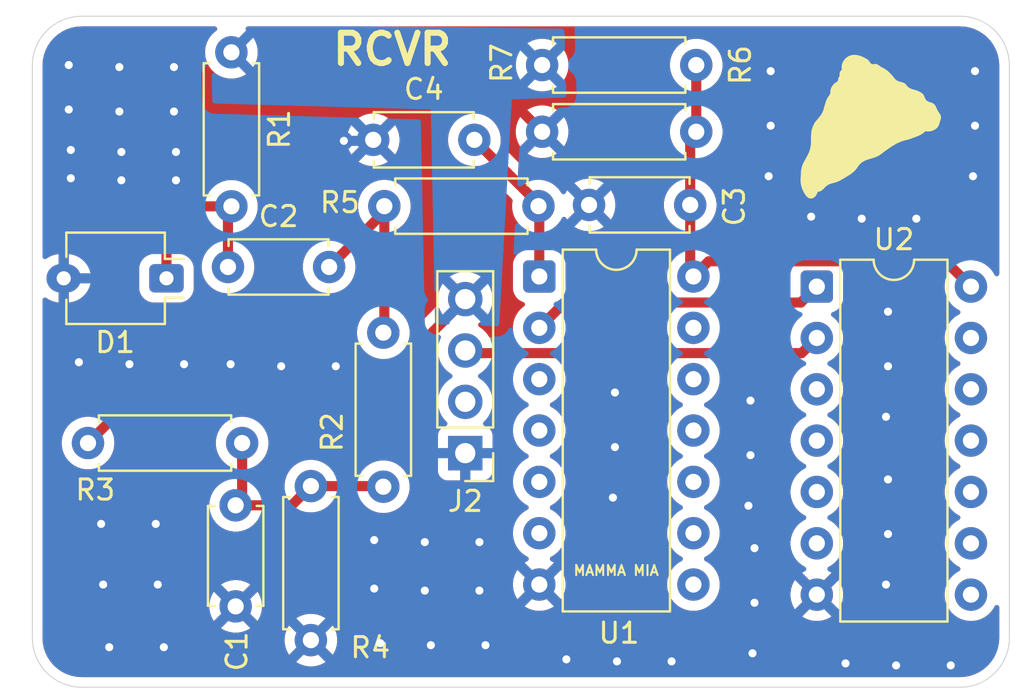
<source format=kicad_pcb>
(kicad_pcb (version 20241229) (generator "pcbnew") (generator_version "9.0")
  (layers (0 "F.Cu" signal) (2 "B.Cu" signal) (13 "F.Paste" user) (15 "B.Paste" user) (5 "F.SilkS" user "F.Silkscreen") (7 "B.SilkS" user "B.Silkscreen") (1 "F.Mask" user) (3 "B.Mask" user) (25 "Edge.Cuts" user))
  (net 0 "")
  (net 1 "Net-(C1-Pad1)")
  (net 2 "GND")
  (net 3 "Net-(D1-K)")
  (net 4 "Net-(C2-Pad2)")
  (net 5 "+5V")
  (net 6 "Net-(U1G-VCC)")
  (net 7 "Net-(C4-Pad2)")
  (net 18 "Net-(J2-Pin_3)")
  (net 20 "Net-(U1-Pad2)")
  (footprint "Package_DIP:DIP-14_W7.62mm" (layer "F.Cu") (at 138.88 79.96)
    (property "Reference" "U2")
    (property "Value" "74HC04")
  )
  (footprint "Resistor_THT:R_Axial_DIN0207_L6.3mm_D2.5mm_P7.62mm_Horizontal" (layer "F.Cu") (at 102.85 87.7)
    (property "Reference" "R3")
    (property "Value" "100k")
  )
  (footprint "OptoDevice:Osram_DIL2_4.3x4.65mm_P5.08mm" (layer "F.Cu") (at 106.73 79.55 180)
    (property "Reference" "D1")
    (property "Value" "BPW34")
  )
  (footprint "Resistor_THT:R_Axial_DIN0207_L6.3mm_D2.5mm_P7.62mm_Horizontal" (layer "F.Cu") (at 117.5 75.98)
    (property "Reference" "R5")
    (property "Value" "10k")
  )
  (footprint "Capacitor_THT:C_Disc_D4.7mm_W2.5mm_P5.00mm" (layer "F.Cu") (at 116.95 72.7)
    (property "Reference" "C4")
    (property "Value" "100n")
  )
  (footprint "Package_DIP:DIP-14_W7.62mm" (layer "F.Cu") (at 125.16 79.46)
    (property "Reference" "U1")
    (property "Value" "74HC14")
  )
  (footprint "Resistor_THT:R_Axial_DIN0207_L6.3mm_D2.5mm_P7.62mm_Horizontal" (layer "F.Cu") (at 117.45 82.24 -90)
    (property "Reference" "R2")
    (property "Value" "330k")
  )
  (footprint "Capacitor_THT:C_Disc_D4.7mm_W2.5mm_P5.00mm" (layer "F.Cu") (at 110.15 90.78 -90)
    (property "Reference" "C1")
    (property "Value" "100n")
  )
  (footprint "Resistor_THT:R_Axial_DIN0207_L6.3mm_D2.5mm_P7.62mm_Horizontal" (layer "F.Cu") (at 125.3 72.3)
    (property "Reference" "R7")
    (property "Value" "10k")
  )
  (footprint "Capacitor_THT:C_Disc_D4.7mm_W2.5mm_P5.00mm" (layer "F.Cu") (at 127.62 75.92)
    (property "Reference" "C3")
    (property "Value" "100n")
  )
  (footprint "Resistor_THT:R_Axial_DIN0207_L6.3mm_D2.5mm_P7.62mm_Horizontal" (layer "F.Cu") (at 113.87 89.83 -90)
    (property "Reference" "R4")
    (property "Value" "100k")
  )
  (footprint "Capacitor_THT:C_Disc_D4.7mm_W2.5mm_P5.00mm" (layer "F.Cu") (at 109.77 78.99)
    (property "Reference" "C2")
    (property "Value" "470p")
  )
  (footprint "Connector_PinHeader_2.54mm:PinHeader_1x04_P2.54mm_Vertical" (layer "F.Cu") (at 121.5 88.2 180)
    (property "Reference" "J2")
    (property "Value" "Conn_01x04_Pin")
  )
  (footprint "Resistor_THT:R_Axial_DIN0207_L6.3mm_D2.5mm_P7.62mm_Horizontal" (layer "F.Cu") (at 109.94 68.37 -90)
    (property "Reference" "R1")
    (property "Value" "4k7")
  )
  (footprint "Resistor_THT:R_Axial_DIN0207_L6.3mm_D2.5mm_P7.62mm_Horizontal" (layer "F.Cu") (at 132.92 69 180)
    (property "Reference" "R6")
    (property "Value" "5.1k")
  )
  (gr_poly (pts (xy 140.8 68.5) (xy 140.839688 68.5) (xy 140.843656 68.503968) (xy 140.867469 68.503968) (xy 140.871438 68.507937) (xy 140.891281 68.507937) (xy 140.89525 68.511906) (xy 140.907156 68.511906) (xy 140.911125 68.515875) (xy 140.927 68.515875) (xy 140.930969 68.519843) (xy 140.946844 68.519843) (xy 140.950812 68.523812) (xy 140.95875 68.523812) (xy 140.962719 68.527781) (xy 140.974625 68.527781) (xy 140.978594 68.53175) (xy 140.986531 68.53175) (xy 140.9905 68.535718) (xy 140.998438 68.535718) (xy 141.002406 68.539687) (xy 141.014313 68.539687) (xy 141.018281 68.543656) (xy 141.02225 68.543656) (xy 141.026219 68.547625) (xy 141.034156 68.547625) (xy 141.038125 68.551593) (xy 141.046063 68.551593) (xy 141.050031 68.555562) (xy 141.057969 68.555562) (xy 141.061938 68.559531) (xy 141.069875 68.559531) (xy 141.073844 68.5635) (xy 141.077813 68.5635) (xy 141.081781 68.567468) (xy 141.08575 68.567468) (xy 141.089719 68.571437) (xy 141.097656 68.571437) (xy 141.101625 68.575406) (xy 141.109563 68.575406) (xy 141.113531 68.579375) (xy 141.1175 68.579375) (xy 141.121469 68.583343) (xy 141.125438 68.583343) (xy 141.129406 68.587312) (xy 141.133375 68.587312) (xy 141.137344 68.591281) (xy 141.145281 68.591281) (xy 141.14925 68.59525) (xy 141.153219 68.59525) (xy 141.157187 68.599218) (xy 141.161156 68.599218) (xy 141.165125 68.603187) (xy 141.169094 68.603187) (xy 141.173062 68.607156) (xy 141.177031 68.607156) (xy 141.181 68.611125) (xy 141.188937 68.611125) (xy 141.192906 68.615093) (xy 141.196875 68.615093) (xy 141.204812 68.623031) (xy 141.21275 68.623031) (xy 141.216719 68.627) (xy 141.220688 68.627) (xy 141.224656 68.630968) (xy 141.228625 68.630968) (xy 141.236563 68.638906) (xy 141.240531 68.638906) (xy 141.2445 68.642875) (xy 141.248469 68.642875) (xy 141.252438 68.646843) (xy 141.256406 68.646843) (xy 141.260375 68.650812) (xy 141.264344 68.650812) (xy 141.268313 68.654781) (xy 141.272281 68.654781) (xy 141.27625 68.65875) (xy 141.280219 68.65875) (xy 141.284188 68.662718) (xy 141.288156 68.662718) (xy 141.296094 68.670656) (xy 141.300063 68.670656) (xy 141.304031 68.674625) (xy 141.308 68.674625) (xy 141.311969 68.678593) (xy 141.315938 68.678593) (xy 141.323875 68.686531) (xy 141.327844 68.686531) (xy 141.331812 68.6905) (xy 141.335781 68.6905) (xy 141.343719 68.698437) (xy 141.347688 68.698437) (xy 141.351656 68.702406) (xy 141.355625 68.702406) (xy 141.363562 68.710343) (xy 141.367531 68.710343) (xy 141.375469 68.718281) (xy 141.379438 68.718281) (xy 141.387375 68.726218) (xy 141.391344 68.726218) (xy 141.40325 68.738125) (xy 141.407219 68.738125) (xy 141.442938 68.773843) (xy 141.442938 68.777812) (xy 141.458813 68.793687) (xy 141.458813 68.797656) (xy 141.470719 68.809562) (xy 141.470719 68.813531) (xy 141.478656 68.821468) (xy 141.478656 68.825437) (xy 141.486594 68.833375) (xy 141.486594 68.837343) (xy 141.4985 68.84925) (xy 141.4985 68.853218) (xy 141.510406 68.865125) (xy 141.510406 68.869093) (xy 141.518344 68.877031) (xy 141.518344 68.881) (xy 141.538187 68.900843) (xy 141.538187 68.904812) (xy 141.562 68.928625) (xy 141.565969 68.928625) (xy 141.573906 68.936562) (xy 141.577875 68.936562) (xy 141.581844 68.940531) (xy 141.585813 68.940531) (xy 141.589781 68.9445) (xy 141.59375 68.9445) (xy 141.597719 68.948468) (xy 141.605656 68.948468) (xy 141.609625 68.952437) (xy 141.6255 68.952437) (xy 141.629469 68.956406) (xy 141.673125 68.956406) (xy 141.677094 68.952437) (xy 141.700906 68.952437) (xy 141.704875 68.948468) (xy 141.728688 68.948468) (xy 141.732656 68.9445) (xy 141.768375 68.9445) (xy 141.772344 68.940531) (xy 141.780281 68.940531) (xy 141.78425 68.9445) (xy 141.812031 68.9445) (xy 141.816 68.948468) (xy 141.827906 68.948468) (xy 141.831875 68.952437) (xy 141.839812 68.952437) (xy 141.843781 68.956406) (xy 141.851719 68.956406) (xy 141.855688 68.960375) (xy 141.859656 68.960375) (xy 141.863625 68.964343) (xy 141.867594 68.964343) (xy 141.871562 68.968312) (xy 141.875531 68.968312) (xy 141.8795 68.972281) (xy 141.883469 68.972281) (xy 141.891406 68.980218) (xy 141.895375 68.980218) (xy 141.899344 68.984187) (xy 141.903312 68.984187) (xy 141.91125 68.992125) (xy 141.915219 68.992125) (xy 141.923156 69.000062) (xy 141.927125 69.000062) (xy 141.935063 69.008) (xy 141.939031 69.008) (xy 141.946969 69.015937) (xy 141.950937 69.015937) (xy 141.958875 69.023875) (xy 141.962844 69.023875) (xy 141.97475 69.035781) (xy 141.978719 69.035781) (xy 141.986656 69.043718) (xy 141.990625 69.043718) (xy 141.998563 69.051656) (xy 142.002531 69.051656) (xy 142.010469 69.059594) (xy 142.014437 69.059594) (xy 142.022375 69.067531) (xy 142.026344 69.067531) (xy 142.034281 69.075468) (xy 142.03825 69.075468) (xy 142.046187 69.083406) (xy 142.050156 69.083406) (xy 142.054125 69.087375) (xy 142.058094 69.087375) (xy 142.066031 69.095312) (xy 142.07 69.095312) (xy 142.073969 69.099281) (xy 142.077937 69.099281) (xy 142.081906 69.10325) (xy 142.085875 69.10325) (xy 142.089844 69.107218) (xy 142.093813 69.107218) (xy 142.097781 69.111187) (xy 142.10175 69.111187) (xy 142.105719 69.115156) (xy 142.109687 69.115156) (xy 142.113656 69.119125) (xy 142.117625 69.119125) (xy 142.121594 69.123093) (xy 142.125563 69.123093) (xy 142.129531 69.127062) (xy 142.1335 69.127062) (xy 142.137469 69.131031) (xy 142.141437 69.131031) (xy 142.145406 69.135) (xy 142.149375 69.135) (xy 142.157313 69.142937) (xy 142.161281 69.142937) (xy 142.16525 69.146906) (xy 142.169219 69.146906) (xy 142.173188 69.150875) (xy 142.177156 69.150875) (xy 142.181125 69.154843) (xy 142.185094 69.154843) (xy 142.189062 69.158812) (xy 142.193031 69.158812) (xy 142.200969 69.16675) (xy 142.204938 69.16675) (xy 142.208906 69.170718) (xy 142.212875 69.170718) (xy 142.216844 69.174687) (xy 142.220812 69.174687) (xy 142.22875 69.182625) (xy 142.232719 69.182625) (xy 142.236688 69.186593) (xy 142.240656 69.186593) (xy 142.248594 69.194531) (xy 142.252562 69.194531) (xy 142.256531 69.1985) (xy 142.2605 69.1985) (xy 142.268438 69.206437) (xy 142.272406 69.206437) (xy 142.280344 69.214375) (xy 142.284312 69.214375) (xy 142.29225 69.222312) (xy 142.296219 69.222312) (xy 142.308125 69.234218) (xy 142.312094 69.234218) (xy 142.320031 69.242156) (xy 142.324 69.242156) (xy 142.335906 69.254062) (xy 142.339875 69.254062) (xy 142.359719 69.273906) (xy 142.363688 69.273906) (xy 142.379562 69.289781) (xy 142.383531 69.289781) (xy 142.415281 69.321531) (xy 142.41925 69.321531) (xy 142.466875 69.369156) (xy 142.470844 69.369156) (xy 142.526406 69.424718) (xy 142.526406 69.428687) (xy 142.589906 69.492187) (xy 142.589906 69.496156) (xy 142.625625 69.531875) (xy 142.625625 69.535843) (xy 142.6415 69.551718) (xy 142.6415 69.555687) (xy 142.653406 69.567593) (xy 142.653406 69.571562) (xy 142.669281 69.587437) (xy 142.669281 69.591406) (xy 142.685156 69.607281) (xy 142.685156 69.61125) (xy 142.701031 69.627125) (xy 142.701031 69.631093) (xy 142.712938 69.643) (xy 142.712938 69.646968) (xy 142.728812 69.662843) (xy 142.728812 69.666812) (xy 142.804219 69.742218) (xy 142.808188 69.742218) (xy 142.820094 69.754125) (xy 142.824062 69.754125) (xy 142.828031 69.758093) (xy 142.832 69.758093) (xy 142.835969 69.762062) (xy 142.839938 69.762062) (xy 142.847875 69.77) (xy 142.851844 69.77) (xy 142.855812 69.773968) (xy 142.859781 69.773968) (xy 142.86375 69.777937) (xy 142.871687 69.777937) (xy 142.875656 69.781906) (xy 142.879625 69.781906) (xy 142.883594 69.785875) (xy 142.887563 69.785875) (xy 142.891531 69.789843) (xy 142.8955 69.789843) (xy 142.899469 69.793812) (xy 142.907406 69.793812) (xy 142.911375 69.797781) (xy 142.919313 69.797781) (xy 142.923281 69.80175) (xy 142.931219 69.80175) (xy 142.935187 69.805718) (xy 142.943125 69.805718) (xy 142.947094 69.809687) (xy 142.951063 69.809687) (xy 142.955031 69.813656) (xy 142.966937 69.813656) (xy 142.970906 69.817625) (xy 142.978844 69.817625) (xy 142.982813 69.821593) (xy 142.994719 69.821593) (xy 142.998687 69.825562) (xy 143.010594 69.825562) (xy 143.014563 69.829531) (xy 143.030437 69.829531) (xy 143.034406 69.8335) (xy 143.046313 69.8335) (xy 143.050281 69.837468) (xy 143.062187 69.837468) (xy 143.066156 69.841437) (xy 143.074094 69.841437) (xy 143.078062 69.845406) (xy 143.086 69.845406) (xy 143.089969 69.849375) (xy 143.101875 69.849375) (xy 143.105844 69.853343) (xy 143.113781 69.853343) (xy 143.11775 69.857312) (xy 143.125688 69.857312) (xy 143.129656 69.861281) (xy 143.137593 69.861281) (xy 143.141562 69.86525) (xy 143.1495 69.86525) (xy 143.153469 69.869218) (xy 143.157438 69.869218) (xy 143.161406 69.873187) (xy 143.169344 69.873187) (xy 143.173312 69.877156) (xy 143.177281 69.877156) (xy 143.18125 69.881125) (xy 143.185219 69.881125) (xy 143.189188 69.885093) (xy 143.193156 69.885093) (xy 143.197125 69.889062) (xy 143.201094 69.889062) (xy 143.205062 69.893031) (xy 143.209031 69.893031) (xy 143.216969 69.900968) (xy 143.220938 69.900968) (xy 143.224906 69.904937) (xy 143.228875 69.904937) (xy 143.240781 69.916843) (xy 143.24475 69.916843) (xy 143.284438 69.956531) (xy 143.284438 69.9605) (xy 143.304281 69.980343) (xy 143.304281 69.984312) (xy 143.320156 70.000187) (xy 143.320156 70.004156) (xy 143.336031 70.020031) (xy 143.336031 70.024) (xy 143.355875 70.043843) (xy 143.355875 70.047812) (xy 143.399531 70.091468) (xy 143.4035 70.091468) (xy 143.419375 70.107343) (xy 143.423344 70.107343) (xy 143.43525 70.11925) (xy 143.439219 70.11925) (xy 143.447156 70.127187) (xy 143.451125 70.127187) (xy 143.459063 70.135125) (xy 143.463031 70.135125) (xy 143.467 70.139093) (xy 143.470969 70.139093) (xy 143.474937 70.143062) (xy 143.478906 70.143062) (xy 143.482875 70.147031) (xy 143.486844 70.147031) (xy 143.490813 70.151) (xy 143.49875 70.151) (xy 143.502719 70.154968) (xy 143.506687 70.154968) (xy 143.510656 70.158937) (xy 143.514625 70.158937) (xy 143.518594 70.162906) (xy 143.522563 70.162906) (xy 143.526531 70.166875) (xy 143.534469 70.166875) (xy 143.538437 70.170843) (xy 143.542406 70.170843) (xy 143.546375 70.174812) (xy 143.554312 70.174812) (xy 143.558281 70.178781) (xy 143.566219 70.178781) (xy 143.570187 70.18275) (xy 143.574156 70.18275) (xy 143.578125 70.186718) (xy 143.586062 70.186718) (xy 143.590031 70.190687) (xy 143.597969 70.190687) (xy 143.601938 70.194656) (xy 143.609875 70.194656) (xy 143.613843 70.198625) (xy 143.621781 70.198625) (xy 143.62575 70.202593) (xy 143.637656 70.202593) (xy 143.641625 70.206562) (xy 143.649562 70.206562) (xy 143.653531 70.210531) (xy 143.665438 70.210531) (xy 143.669406 70.2145) (xy 143.677344 70.2145) (xy 143.681312 70.218468) (xy 143.68925 70.218468) (xy 143.693219 70.222437) (xy 143.705125 70.222437) (xy 143.709094 70.226406) (xy 143.721 70.226406) (xy 143.724969 70.230375) (xy 143.736875 70.230375) (xy 143.740844 70.234343) (xy 143.75275 70.234343) (xy 143.756719 70.238312) (xy 143.764656 70.238312) (xy 143.768625 70.242281) (xy 143.780531 70.242281) (xy 143.7845 70.24625) (xy 143.792437 70.24625) (xy 143.796406 70.250218) (xy 143.804344 70.250218) (xy 143.808312 70.254187) (xy 143.81625 70.254187) (xy 143.820218 70.258156) (xy 143.828156 70.258156) (xy 143.832125 70.262125) (xy 143.836094 70.262125) (xy 143.840063 70.266093) (xy 143.848 70.266093) (xy 143.851968 70.270062) (xy 143.855937 70.270062) (xy 143.859906 70.274031) (xy 143.867844 70.274031) (xy 143.871813 70.278) (xy 143.875781 70.278) (xy 143.87975 70.281968) (xy 143.887687 70.281968) (xy 143.891656 70.285937) (xy 143.895625 70.285937) (xy 143.899594 70.289906) (xy 143.903563 70.289906) (xy 143.907531 70.293875) (xy 143.9115 70.293875) (xy 143.915469 70.297843) (xy 143.919437 70.297843) (xy 143.923406 70.301812) (xy 143.927375 70.301812) (xy 143.931344 70.305781) (xy 143.935313 70.305781) (xy 143.939281 70.30975) (xy 143.94325 70.30975) (xy 143.947219 70.313718) (xy 143.951187 70.313718) (xy 143.955156 70.317687) (xy 143.959125 70.317687) (xy 143.967063 70.325625) (xy 143.971031 70.325625) (xy 143.975 70.329593) (xy 143.978969 70.329593) (xy 143.982937 70.333562) (xy 143.986906 70.333562) (xy 143.990875 70.337531) (xy 143.994844 70.337531) (xy 144.002781 70.345468) (xy 144.00675 70.345468) (xy 144.010719 70.349437) (xy 144.014687 70.349437) (xy 144.022625 70.357375) (xy 144.026594 70.357375) (xy 144.034531 70.365312) (xy 144.0385 70.365312) (xy 144.046437 70.37325) (xy 144.050406 70.37325) (xy 144.058343 70.381187) (xy 144.062312 70.381187) (xy 144.07025 70.389125) (xy 144.074219 70.389125) (xy 144.090093 70.405) (xy 144.094062 70.405) (xy 144.13375 70.444687) (xy 144.13375 70.448656) (xy 144.149625 70.464531) (xy 144.149625 70.4685) (xy 144.157562 70.476437) (xy 144.157562 70.480406) (xy 144.161531 70.484375) (xy 144.161531 70.488343) (xy 144.1655 70.492312) (xy 144.1655 70.496281) (xy 144.169469 70.50025) (xy 144.169469 70.504218) (xy 144.173438 70.508187) (xy 144.173438 70.512156) (xy 144.177406 70.516125) (xy 144.177406 70.520093) (xy 144.181375 70.524062) (xy 144.181375 70.528031) (xy 144.185344 70.532) (xy 144.185344 70.535968) (xy 144.189312 70.539937) (xy 144.189312 70.543906) (xy 144.193281 70.547875) (xy 144.193281 70.555812) (xy 144.19725 70.559781) (xy 144.19725 70.56375) (xy 144.201219 70.567718) (xy 144.201219 70.571687) (xy 144.205187 70.575656) (xy 144.205187 70.583593) (xy 144.209156 70.587562) (xy 144.209156 70.591531) (xy 144.213125 70.5955) (xy 144.213125 70.599468) (xy 144.217094 70.603437) (xy 144.217094 70.611375) (xy 144.221062 70.615343) (xy 144.221062 70.619312) (xy 144.225031 70.623281) (xy 144.225031 70.62725) (xy 144.229 70.631218) (xy 144.229 70.635187) (xy 144.232969 70.639156) (xy 144.232969 70.647093) (xy 144.236937 70.651062) (xy 144.236937 70.655031) (xy 144.240906 70.659) (xy 144.240906 70.662968) (xy 144.248844 70.670906) (xy 144.248844 70.674875) (xy 144.252812 70.678843) (xy 144.252812 70.682812) (xy 144.256781 70.686781) (xy 144.256781 70.69075) (xy 144.264718 70.698687) (xy 144.264718 70.702656) (xy 144.276625 70.714562) (xy 144.276625 70.718531) (xy 144.288531 70.730437) (xy 144.288531 70.734406) (xy 144.320281 70.766156) (xy 144.32425 70.766156) (xy 144.332187 70.774093) (xy 144.336156 70.774093) (xy 144.344094 70.782031) (xy 144.348063 70.782031) (xy 144.352031 70.786) (xy 144.356 70.786) (xy 144.359969 70.789968) (xy 144.363937 70.789968) (xy 144.371875 70.797906) (xy 144.375844 70.797906) (xy 144.379813 70.801875) (xy 144.38775 70.801875) (xy 144.391719 70.805843) (xy 144.395687 70.805843) (xy 144.399656 70.809812) (xy 144.403625 70.809812) (xy 144.407594 70.813781) (xy 144.411563 70.813781) (xy 144.415531 70.81775) (xy 144.4195 70.81775) (xy 144.423469 70.821718) (xy 144.431406 70.821718) (xy 144.435375 70.825687) (xy 144.439344 70.825687) (xy 144.443312 70.829656) (xy 144.45125 70.829656) (xy 144.455219 70.833625) (xy 144.467125 70.833625) (xy 144.471094 70.837593) (xy 144.479031 70.837593) (xy 144.483 70.841562) (xy 144.494906 70.841562) (xy 144.498875 70.845531) (xy 144.502843 70.845531) (xy 144.506812 70.8495) (xy 144.51475 70.8495) (xy 144.518719 70.853468) (xy 144.530625 70.853468) (xy 144.534593 70.857437) (xy 144.542531 70.857437) (xy 144.5465 70.861406) (xy 144.550469 70.861406) (xy 144.554438 70.865375) (xy 144.562375 70.865375) (xy 144.566343 70.869343) (xy 144.574281 70.869343) (xy 144.57825 70.873312) (xy 144.582219 70.873312) (xy 144.586188 70.877281) (xy 144.594125 70.877281) (xy 144.598094 70.88125) (xy 144.602062 70.88125) (xy 144.606031 70.885218) (xy 144.613969 70.885218) (xy 144.621906 70.893156) (xy 144.625875 70.893156) (xy 144.633812 70.901093) (xy 144.637781 70.901093) (xy 144.649688 70.913) (xy 144.653656 70.913) (xy 144.685406 70.94475) (xy 144.689375 70.94475) (xy 144.701281 70.956656) (xy 144.701281 70.960625) (xy 144.729062 70.988406) (xy 144.729062 70.992374) (xy 144.737 71.000312) (xy 144.737 71.004281) (xy 144.740968 71.00825) (xy 144.740968 71.012218) (xy 144.748906 71.020156) (xy 144.748906 71.024125) (xy 144.752875 71.028093) (xy 144.752875 71.032062) (xy 144.756844 71.036031) (xy 144.756844 71.04) (xy 144.760812 71.043968) (xy 144.760812 71.047937) (xy 144.764781 71.051906) (xy 144.764781 71.055875) (xy 144.76875 71.059843) (xy 144.76875 71.063812) (xy 144.772718 71.067781) (xy 144.772718 71.075718) (xy 144.776687 71.079687) (xy 144.776687 71.083656) (xy 144.780656 71.087625) (xy 144.780656 71.091593) (xy 144.784625 71.095562) (xy 144.784625 71.099531) (xy 144.788594 71.1035) (xy 144.788594 71.107468) (xy 144.792563 71.111437) (xy 144.792563 71.119375) (xy 144.796531 71.123343) (xy 144.796531 71.127312) (xy 144.8005 71.131281) (xy 144.8005 71.13525) (xy 144.804468 71.139218) (xy 144.804468 71.143187) (xy 144.808437 71.147156) (xy 144.808437 71.155093) (xy 144.812406 71.159062) (xy 144.812406 71.163031) (xy 144.816375 71.167) (xy 144.816375 71.170968) (xy 144.820344 71.174937) (xy 144.820344 71.178906) (xy 144.824313 71.182875) (xy 144.824313 71.186843) (xy 144.828281 71.190812) (xy 144.828281 71.194781) (xy 144.83225 71.19875) (xy 144.83225 71.202718) (xy 144.836219 71.206687) (xy 144.836219 71.210656) (xy 144.840187 71.214624) (xy 144.840187 71.218593) (xy 144.844156 71.222562) (xy 144.844156 71.226531) (xy 144.848125 71.230499) (xy 144.848125 71.234468) (xy 144.852094 71.238437) (xy 144.852094 71.242406) (xy 144.856063 71.246375) (xy 144.856063 71.250343) (xy 144.860031 71.254312) (xy 144.860031 71.258281) (xy 144.867969 71.266218) (xy 144.867969 71.270187) (xy 144.871937 71.274156) (xy 144.871937 71.278125) (xy 144.879875 71.286062) (xy 144.879875 71.290031) (xy 144.883844 71.294) (xy 144.883844 71.297968) (xy 144.891781 71.305906) (xy 144.891781 71.309875) (xy 144.899719 71.317812) (xy 144.899719 71.321781) (xy 144.903687 71.32575) (xy 144.903687 71.329718) (xy 144.915594 71.341625) (xy 144.915594 71.345593) (xy 144.919562 71.349562) (xy 144.919562 71.353531) (xy 144.9275 71.361468) (xy 144.9275 71.365437) (xy 144.935437 71.373375) (xy 144.935437 71.377343) (xy 144.943375 71.385281) (xy 144.943375 71.38925) (xy 144.955281 71.401156) (xy 144.955281 71.405125) (xy 144.963219 71.413062) (xy 144.963219 71.417031) (xy 144.971156 71.424968) (xy 144.971156 71.428937) (xy 144.979093 71.436874) (xy 144.979093 71.440843) (xy 144.983062 71.444812) (xy 144.983062 71.448781) (xy 144.987031 71.452749) (xy 144.987031 71.456718) (xy 144.991 71.460687) (xy 144.991 71.464656) (xy 144.994969 71.468624) (xy 144.994969 71.472593) (xy 144.998937 71.476562) (xy 144.998937 71.480531) (xy 145.002906 71.4845) (xy 145.002906 71.492437) (xy 145.006875 71.496406) (xy 145.006875 71.504343) (xy 145.010843 71.508312) (xy 145.010843 71.520218) (xy 145.014812 71.524187) (xy 145.014812 71.540062) (xy 145.018781 71.544031) (xy 145.018781 71.631343) (xy 145.014812 71.635312) (xy 145.014812 71.651187) (xy 145.010843 71.655156) (xy 145.010843 71.667062) (xy 145.006875 71.671031) (xy 145.006875 71.682937) (xy 145.002906 71.686906) (xy 145.002906 71.694843) (xy 144.998937 71.698812) (xy 144.998937 71.706749) (xy 144.994969 71.710718) (xy 144.994969 71.718656) (xy 144.991 71.722625) (xy 144.991 71.734531) (xy 144.987031 71.7385) (xy 144.987031 71.746437) (xy 144.983062 71.750406) (xy 144.983062 71.758343) (xy 144.979093 71.762312) (xy 144.979093 71.766281) (xy 144.975125 71.77025) (xy 144.975125 71.778187) (xy 144.971156 71.782156) (xy 144.971156 71.794062) (xy 144.967187 71.798031) (xy 144.967187 71.805968) (xy 144.963219 71.809937) (xy 144.963219 71.817875) (xy 144.95925 71.821843) (xy 144.95925 71.829781) (xy 144.955281 71.833749) (xy 144.955281 71.845656) (xy 144.951312 71.849625) (xy 144.951312 71.857562) (xy 144.947343 71.861531) (xy 144.947343 71.869468) (xy 144.943375 71.873437) (xy 144.943375 71.885343) (xy 144.939406 71.889312) (xy 144.939406 71.897249) (xy 144.935437 71.901218) (xy 144.935437 71.913125) (xy 144.931469 71.917094) (xy 144.931469 71.925031) (xy 144.9275 71.928999) (xy 144.9275 71.936937) (xy 144.923531 71.940906) (xy 144.923531 71.944875) (xy 144.919562 71.948843) (xy 144.919562 71.956781) (xy 144.915594 71.96075) (xy 144.915594 71.968687) (xy 144.911625 71.972656) (xy 144.911625 71.976625) (xy 144.907656 71.980593) (xy 144.907656 71.984562) (xy 144.903687 71.988531) (xy 144.903687 71.9925) (xy 144.899719 71.996468) (xy 144.899719 72.004406) (xy 144.89575 72.008374) (xy 144.89575 72.012343) (xy 144.887812 72.020281) (xy 144.887812 72.02425) (xy 144.883844 72.028218) (xy 144.883844 72.032187) (xy 144.879875 72.036156) (xy 144.879875 72.040124) (xy 144.871937 72.048062) (xy 144.871937 72.052031) (xy 144.864 72.059968) (xy 144.864 72.063937) (xy 144.848125 72.079812) (xy 144.848125 72.083781) (xy 144.8005 72.131406) (xy 144.796531 72.131406) (xy 144.776687 72.15125) (xy 144.772718 72.15125) (xy 144.760812 72.163156) (xy 144.756844 72.163156) (xy 144.748906 72.171093) (xy 144.744937 72.171093) (xy 144.737 72.179031) (xy 144.733031 72.179031) (xy 144.725094 72.186968) (xy 144.721125 72.186968) (xy 144.713187 72.194906) (xy 144.709219 72.194906) (xy 144.70525 72.198875) (xy 144.701281 72.198875) (xy 144.697312 72.202843) (xy 144.693344 72.202843) (xy 144.689375 72.206812) (xy 144.685406 72.206812) (xy 144.677469 72.21475) (xy 144.6735 72.21475) (xy 144.669531 72.218718) (xy 144.665562 72.218718) (xy 144.661594 72.222687) (xy 144.653656 72.222687) (xy 144.649688 72.226656) (xy 144.645719 72.226656) (xy 144.64175 72.230625) (xy 144.637781 72.230625) (xy 144.633812 72.234593) (xy 144.629844 72.234593) (xy 144.625875 72.238562) (xy 144.617938 72.238562) (xy 144.613969 72.242531) (xy 144.61 72.242531) (xy 144.606031 72.246499) (xy 144.598094 72.246499) (xy 144.594125 72.250468) (xy 144.586188 72.250468) (xy 144.582219 72.254437) (xy 144.574281 72.254437) (xy 144.570312 72.258406) (xy 144.558406 72.258406) (xy 144.554438 72.262375) (xy 144.5465 72.262375) (xy 144.542531 72.266343) (xy 144.530625 72.266343) (xy 144.526656 72.270312) (xy 144.510781 72.270312) (xy 144.506812 72.274281) (xy 144.490937 72.274281) (xy 144.486969 72.278249) (xy 144.463156 72.278249) (xy 144.459187 72.282218) (xy 144.415531 72.282218) (xy 144.411563 72.286187) (xy 144.340125 72.286187) (xy 144.336156 72.282218) (xy 144.272656 72.282218) (xy 144.268687 72.278249) (xy 144.236937 72.278249) (xy 144.217094 72.298093) (xy 144.217094 72.302062) (xy 144.193281 72.325875) (xy 144.189312 72.325875) (xy 144.157562 72.357625) (xy 144.153594 72.357625) (xy 144.141688 72.369531) (xy 144.137719 72.369531) (xy 144.125812 72.381437) (xy 144.121844 72.381437) (xy 144.109938 72.393343) (xy 144.105969 72.393343) (xy 144.098031 72.401281) (xy 144.094062 72.401281) (xy 144.086125 72.409218) (xy 144.082156 72.409218) (xy 144.078188 72.413187) (xy 144.074219 72.413187) (xy 144.066281 72.421125) (xy 144.062312 72.421125) (xy 144.058343 72.425093) (xy 144.054375 72.425093) (xy 144.046437 72.433031) (xy 144.042469 72.433031) (xy 144.0385 72.437) (xy 144.034531 72.437) (xy 144.030562 72.440968) (xy 144.026594 72.440968) (xy 144.022625 72.444937) (xy 144.018656 72.444937) (xy 144.010719 72.452874) (xy 144.00675 72.452874) (xy 144.002781 72.456843) (xy 143.994844 72.456843) (xy 143.986906 72.464781) (xy 143.982937 72.464781) (xy 143.978969 72.46875) (xy 143.971031 72.46875) (xy 143.967063 72.472718) (xy 143.963094 72.472718) (xy 143.959125 72.476687) (xy 143.955156 72.476687) (xy 143.951187 72.480656) (xy 143.947219 72.480656) (xy 143.94325 72.484624) (xy 143.939281 72.484624) (xy 143.935313 72.488593) (xy 143.927375 72.488593) (xy 143.923406 72.492562) (xy 143.919437 72.492562) (xy 143.915469 72.496531) (xy 143.9115 72.496531) (xy 143.907531 72.5005) (xy 143.903563 72.5005) (xy 143.899594 72.504468) (xy 143.891656 72.504468) (xy 143.887687 72.508437) (xy 143.87975 72.508437) (xy 143.875781 72.512406) (xy 143.871813 72.512406) (xy 143.867844 72.516374) (xy 143.863875 72.516374) (xy 143.859906 72.520343) (xy 143.851968 72.520343) (xy 143.848 72.524312) (xy 143.844031 72.524312) (xy 143.840063 72.528281) (xy 143.832125 72.528281) (xy 143.828156 72.53225) (xy 143.824187 72.53225) (xy 143.820218 72.536218) (xy 143.812281 72.536218) (xy 143.808312 72.540187) (xy 143.804344 72.540187) (xy 143.800375 72.544156) (xy 143.792437 72.544156) (xy 143.788469 72.548124) (xy 143.7845 72.548124) (xy 143.780531 72.552093) (xy 143.772594 72.552093) (xy 143.768625 72.556062) (xy 143.764656 72.556062) (xy 143.760687 72.560031) (xy 143.75275 72.560031) (xy 143.748781 72.564) (xy 143.744812 72.564) (xy 143.740844 72.567968) (xy 143.732906 72.567968) (xy 143.728938 72.571937) (xy 143.724969 72.571937) (xy 143.721 72.575906) (xy 143.713062 72.575906) (xy 143.709094 72.579874) (xy 143.701156 72.579874) (xy 143.697188 72.583843) (xy 143.693219 72.583843) (xy 143.68925 72.587812) (xy 143.681312 72.587812) (xy 143.677344 72.591781) (xy 143.673375 72.591781) (xy 143.669406 72.59575) (xy 143.661469 72.59575) (xy 143.6575 72.599718) (xy 143.649562 72.599718) (xy 143.645594 72.603687) (xy 143.641625 72.603687) (xy 143.637656 72.607656) (xy 143.633688 72.607656) (xy 143.629719 72.611624) (xy 143.621781 72.611624) (xy 143.617812 72.615593) (xy 143.609875 72.615593) (xy 143.605906 72.619562) (xy 143.597969 72.619562) (xy 143.594 72.623531) (xy 143.590031 72.623531) (xy 143.586062 72.6275) (xy 143.578125 72.6275) (xy 143.574156 72.631468) (xy 143.566219 72.631468) (xy 143.56225 72.635437) (xy 143.554312 72.635437) (xy 143.550344 72.639406) (xy 143.542406 72.639406) (xy 143.538437 72.643374) (xy 143.534469 72.643374) (xy 143.5305 72.647343) (xy 143.522563 72.647343) (xy 143.518594 72.651312) (xy 143.506687 72.651312) (xy 143.502719 72.655281) (xy 143.49875 72.655281) (xy 143.494781 72.65925) (xy 143.486844 72.65925) (xy 143.482875 72.663218) (xy 143.474937 72.663218) (xy 143.470969 72.667187) (xy 143.459063 72.667187) (xy 143.455094 72.671156) (xy 143.447156 72.671156) (xy 143.443187 72.675125) (xy 143.43525 72.675125) (xy 143.431281 72.679093) (xy 143.423344 72.679093) (xy 143.419375 72.683062) (xy 143.407469 72.683062) (xy 143.4035 72.687031) (xy 143.391594 72.687031) (xy 143.387625 72.690999) (xy 143.379687 72.690999) (xy 143.375718 72.694968) (xy 143.363813 72.694968) (xy 143.359844 72.698937) (xy 143.351906 72.698937) (xy 143.347937 72.702906) (xy 143.336031 72.702906) (xy 143.332062 72.706875) (xy 143.316187 72.706875) (xy 143.312219 72.710843) (xy 143.300312 72.710843) (xy 143.296344 72.714812) (xy 143.284438 72.714812) (xy 143.280469 72.718781) (xy 143.264594 72.718781) (xy 143.260625 72.722749) (xy 143.248719 72.722749) (xy 143.24475 72.726718) (xy 143.232844 72.726718) (xy 143.228875 72.730687) (xy 143.216969 72.730687) (xy 143.213 72.734656) (xy 143.205062 72.734656) (xy 143.201094 72.738625) (xy 143.189188 72.738625) (xy 143.185219 72.742593) (xy 143.173312 72.742593) (xy 143.169344 72.746562) (xy 143.161406 72.746562) (xy 143.157438 72.750531) (xy 143.1495 72.750531) (xy 143.145531 72.754499) (xy 143.137593 72.754499) (xy 143.133625 72.758468) (xy 143.121719 72.758468) (xy 143.11775 72.762437) (xy 143.113781 72.762437) (xy 143.109812 72.766406) (xy 143.101875 72.766406) (xy 143.097906 72.770375) (xy 143.089969 72.770375) (xy 143.086 72.774343) (xy 143.078062 72.774343) (xy 143.074094 72.778312) (xy 143.066156 72.778312) (xy 143.062187 72.782281) (xy 143.058219 72.782281) (xy 143.05425 72.786249) (xy 143.046313 72.786249) (xy 143.042344 72.790218) (xy 143.038375 72.790218) (xy 143.034406 72.794187) (xy 143.026469 72.794187) (xy 143.0225 72.798156) (xy 143.018531 72.798156) (xy 143.014563 72.802125) (xy 143.006625 72.802125) (xy 143.002656 72.806093) (xy 142.998687 72.806093) (xy 142.994719 72.810062) (xy 142.99075 72.810062) (xy 142.986781 72.814031) (xy 142.978844 72.814031) (xy 142.974875 72.817999) (xy 142.970906 72.817999) (xy 142.966937 72.821968) (xy 142.962969 72.821968) (xy 142.959 72.825937) (xy 142.955031 72.825937) (xy 142.951063 72.829906) (xy 142.943125 72.829906) (xy 142.939156 72.833875) (xy 142.935187 72.833875) (xy 142.931219 72.837843) (xy 142.92725 72.837843) (xy 142.923281 72.841812) (xy 142.919313 72.841812) (xy 142.915344 72.845781) (xy 142.911375 72.845781) (xy 142.907406 72.849749) (xy 142.899469 72.849749) (xy 142.8955 72.853718) (xy 142.891531 72.853718) (xy 142.887563 72.857687) (xy 142.883594 72.857687) (xy 142.879625 72.861656) (xy 142.875656 72.861656) (xy 142.871687 72.865625) (xy 142.867719 72.865625) (xy 142.86375 72.869593) (xy 142.859781 72.869593) (xy 142.855812 72.873562) (xy 142.851844 72.873562) (xy 142.847875 72.877531) (xy 142.843906 72.877531) (xy 142.839938 72.881499) (xy 142.835969 72.881499) (xy 142.832 72.885468) (xy 142.828031 72.885468) (xy 142.824062 72.889437) (xy 142.820094 72.889437) (xy 142.812156 72.897375) (xy 142.808188 72.897375) (xy 142.804219 72.901343) (xy 142.80025 72.901343) (xy 142.796281 72.905312) (xy 142.792312 72.905312) (xy 142.788344 72.909281) (xy 142.784375 72.909281) (xy 142.780406 72.91325) (xy 142.776438 72.91325) (xy 142.772469 72.917218) (xy 142.7685 72.917218) (xy 142.760562 72.925156) (xy 142.756594 72.925156) (xy 142.752625 72.929124) (xy 142.748656 72.929124) (xy 142.744688 72.933093) (xy 142.740719 72.933093) (xy 142.732781 72.941031) (xy 142.728812 72.941031) (xy 142.724844 72.945) (xy 142.720875 72.945) (xy 142.716906 72.948968) (xy 142.712938 72.948968) (xy 142.705 72.956906) (xy 142.701031 72.956906) (xy 142.697062 72.960874) (xy 142.693094 72.960874) (xy 142.685156 72.968812) (xy 142.681188 72.968812) (xy 142.677219 72.972781) (xy 142.67325 72.972781) (xy 142.669281 72.97675) (xy 142.665312 72.97675) (xy 142.657375 72.984687) (xy 142.653406 72.984687) (xy 142.645469 72.992624) (xy 142.6415 72.992624) (xy 142.637531 72.996593) (xy 142.633562 72.996593) (xy 142.625625 73.004531) (xy 142.621656 73.004531) (xy 142.617687 73.0085) (xy 142.613719 73.0085) (xy 142.605781 73.016437) (xy 142.601813 73.016437) (xy 142.593875 73.024374) (xy 142.589906 73.024374) (xy 142.585937 73.028343) (xy 142.581969 73.028343) (xy 142.574031 73.036281) (xy 142.570063 73.036281) (xy 142.562125 73.044218) (xy 142.558156 73.044218) (xy 142.550219 73.052156) (xy 142.54625 73.052156) (xy 142.538313 73.060093) (xy 142.534344 73.060093) (xy 142.526406 73.068031) (xy 142.522437 73.068031) (xy 142.5145 73.075968) (xy 142.510531 73.075968) (xy 142.502594 73.083906) (xy 142.498625 73.083906) (xy 142.490687 73.091843) (xy 142.486719 73.091843) (xy 142.478781 73.099781) (xy 142.474813 73.099781) (xy 142.466875 73.107718) (xy 142.462906 73.107718) (xy 142.454969 73.115656) (xy 142.451 73.115656) (xy 142.443063 73.123593) (xy 142.439094 73.123593) (xy 142.427187 73.135499) (xy 142.423219 73.135499) (xy 142.415281 73.143437) (xy 142.411313 73.143437) (xy 142.403375 73.151375) (xy 142.399406 73.151375) (xy 142.391469 73.159312) (xy 142.3875 73.159312) (xy 142.375594 73.171218) (xy 142.371625 73.171218) (xy 142.363688 73.179156) (xy 142.359719 73.179156) (xy 142.347812 73.191062) (xy 142.343844 73.191062) (xy 142.335906 73.198999) (xy 142.331938 73.198999) (xy 142.320031 73.210906) (xy 142.316062 73.210906) (xy 142.304156 73.222812) (xy 142.300188 73.222812) (xy 142.29225 73.230749) (xy 142.288281 73.230749) (xy 142.276375 73.242656) (xy 142.272406 73.242656) (xy 142.264469 73.250593) (xy 142.2605 73.250593) (xy 142.248594 73.262499) (xy 142.244625 73.262499) (xy 142.232719 73.274406) (xy 142.22875 73.274406) (xy 142.216844 73.286312) (xy 142.212875 73.286312) (xy 142.200969 73.298218) (xy 142.197 73.298218) (xy 142.185094 73.310125) (xy 142.181125 73.310125) (xy 142.169219 73.322031) (xy 142.16525 73.322031) (xy 142.153344 73.333937) (xy 142.149375 73.333937) (xy 142.137469 73.345843) (xy 142.1335 73.345843) (xy 142.125563 73.353781) (xy 142.121594 73.353781) (xy 142.105719 73.369656) (xy 142.10175 73.369656) (xy 142.089844 73.381562) (xy 142.085875 73.381562) (xy 142.077937 73.3895) (xy 142.073969 73.3895) (xy 142.058094 73.405374) (xy 142.054125 73.405374) (xy 142.042219 73.417281) (xy 142.03825 73.417281) (xy 142.030313 73.425218) (xy 142.026344 73.425218) (xy 142.014437 73.437124) (xy 142.010469 73.437124) (xy 142.002531 73.445062) (xy 141.998563 73.445062) (xy 141.990625 73.453) (xy 141.986656 73.453) (xy 141.978719 73.460937) (xy 141.97475 73.460937) (xy 141.966813 73.468874) (xy 141.962844 73.468874) (xy 141.958875 73.472843) (xy 141.954906 73.472843) (xy 141.946969 73.480781) (xy 141.943 73.480781) (xy 141.939031 73.48475) (xy 141.935063 73.48475) (xy 141.931094 73.488718) (xy 141.927125 73.488718) (xy 141.923156 73.492687) (xy 141.919188 73.492687) (xy 141.915219 73.496656) (xy 141.91125 73.496656) (xy 141.907281 73.500624) (xy 141.903312 73.500624) (xy 141.895375 73.508562) (xy 141.891406 73.508562) (xy 141.887438 73.512531) (xy 141.8795 73.512531) (xy 141.875531 73.5165) (xy 141.871562 73.5165) (xy 141.867594 73.520468) (xy 141.863625 73.520468) (xy 141.859656 73.524437) (xy 141.855688 73.524437) (xy 141.851719 73.528406) (xy 141.84775 73.528406) (xy 141.843781 73.532374) (xy 141.835844 73.532374) (xy 141.831875 73.536343) (xy 141.827906 73.536343) (xy 141.823938 73.540312) (xy 141.819969 73.540312) (xy 141.816 73.544281) (xy 141.808062 73.544281) (xy 141.804094 73.54825) (xy 141.800125 73.54825) (xy 141.796156 73.552218) (xy 141.788219 73.552218) (xy 141.78425 73.556187) (xy 141.776312 73.556187) (xy 141.772344 73.560156) (xy 141.768375 73.560156) (xy 141.764406 73.564124) (xy 141.756469 73.564124) (xy 141.7525 73.568093) (xy 141.744562 73.568093) (xy 141.740594 73.572062) (xy 141.732656 73.572062) (xy 141.728688 73.576031) (xy 141.724719 73.576031) (xy 141.72075 73.579999) (xy 141.712813 73.579999) (xy 141.708844 73.583968) (xy 141.700906 73.583968) (xy 141.696938 73.587937) (xy 141.685031 73.587937) (xy 141.681063 73.591906) (xy 141.673125 73.591906) (xy 141.669156 73.595874) (xy 141.661219 73.595874) (xy 141.65725 73.599843) (xy 141.649313 73.599843) (xy 141.645344 73.603812) (xy 141.637406 73.603812) (xy 141.633437 73.607781) (xy 141.621531 73.607781) (xy 141.617563 73.611749) (xy 141.609625 73.611749) (xy 141.605656 73.615718) (xy 141.597719 73.615718) (xy 141.59375 73.619687) (xy 141.585813 73.619687) (xy 141.581844 73.623656) (xy 141.569937 73.623656) (xy 141.565969 73.627625) (xy 141.558031 73.627625) (xy 141.554063 73.631593) (xy 141.546125 73.631593) (xy 141.542156 73.635562) (xy 141.53025 73.635562) (xy 141.526281 73.63953) (xy 141.518344 73.63953) (xy 141.514375 73.643499) (xy 141.502469 73.643499) (xy 141.4985 73.647468) (xy 141.490563 73.647468) (xy 141.486594 73.651437) (xy 141.478656 73.651437) (xy 141.474688 73.655406) (xy 141.46675 73.655406) (xy 141.462781 73.659375) (xy 141.450875 73.659375) (xy 141.446906 73.663343) (xy 141.438969 73.663343) (xy 141.435 73.667312) (xy 141.431031 73.667312) (xy 141.427062 73.671281) (xy 141.419125 73.671281) (xy 141.415157 73.675249) (xy 141.40325 73.675249) (xy 141.399281 73.679218) (xy 141.391344 73.679218) (xy 141.387375 73.683187) (xy 141.383406 73.683187) (xy 141.379438 73.687156) (xy 141.3715 73.687156) (xy 141.367531 73.691125) (xy 141.359594 73.691125) (xy 141.355625 73.695093) (xy 141.347688 73.695093) (xy 141.343719 73.699062) (xy 141.335781 73.699062) (xy 141.331812 73.703031) (xy 141.327844 73.703031) (xy 141.323875 73.706999) (xy 141.319906 73.706999) (xy 141.315938 73.710968) (xy 141.308 73.710968) (xy 141.304031 73.714937) (xy 141.296094 73.714937) (xy 141.292125 73.718906) (xy 141.288156 73.718906) (xy 141.284188 73.722875) (xy 141.280219 73.722875) (xy 141.27625 73.726843) (xy 141.272281 73.726843) (xy 141.268313 73.730812) (xy 141.260375 73.730812) (xy 141.256406 73.734781) (xy 141.252438 73.734781) (xy 141.248469 73.738749) (xy 141.2445 73.738749) (xy 141.240531 73.742718) (xy 141.236563 73.742718) (xy 141.232594 73.746687) (xy 141.228625 73.746687) (xy 141.224656 73.750656) (xy 141.220688 73.750656) (xy 141.216719 73.754625) (xy 141.21275 73.754625) (xy 141.208781 73.758593) (xy 141.204812 73.758593) (xy 141.200844 73.762562) (xy 141.196875 73.762562) (xy 141.192906 73.766531) (xy 141.188937 73.766531) (xy 141.184969 73.770499) (xy 141.181 73.770499) (xy 141.173062 73.778437) (xy 141.169094 73.778437) (xy 141.165125 73.782406) (xy 141.161156 73.782406) (xy 141.153219 73.790343) (xy 141.14925 73.790343) (xy 141.141313 73.798281) (xy 141.137344 73.798281) (xy 141.133375 73.802249) (xy 141.129406 73.802249) (xy 141.1175 73.814156) (xy 141.113531 73.814156) (xy 141.105594 73.822093) (xy 141.101625 73.822093) (xy 141.089719 73.833999) (xy 141.08575 73.833999) (xy 141.069875 73.849874) (xy 141.065906 73.849874) (xy 140.986531 73.92925) (xy 140.986531 73.933218) (xy 140.966687 73.953062) (xy 140.966687 73.957031) (xy 140.954781 73.968937) (xy 140.954781 73.972906) (xy 140.942875 73.984812) (xy 140.942875 73.988781) (xy 140.930969 74.000687) (xy 140.930969 74.004656) (xy 140.923031 74.012593) (xy 140.923031 74.016562) (xy 140.911125 74.028468) (xy 140.911125 74.032437) (xy 140.903188 74.040374) (xy 140.903188 74.044343) (xy 140.891281 74.056249) (xy 140.891281 74.060218) (xy 140.883344 74.068156) (xy 140.883344 74.072124) (xy 140.875406 74.080062) (xy 140.875406 74.08403) (xy 140.8635 74.095937) (xy 140.8635 74.099906) (xy 140.855563 74.107843) (xy 140.855563 74.111812) (xy 140.843656 74.123718) (xy 140.843656 74.127687) (xy 140.83175 74.139593) (xy 140.83175 74.143562) (xy 140.815875 74.159437) (xy 140.815875 74.163406) (xy 140.796031 74.183249) (xy 140.796031 74.187218) (xy 140.756344 74.226906) (xy 140.756344 74.230875) (xy 140.752375 74.230875) (xy 140.744438 74.238812) (xy 140.744438 74.242781) (xy 140.7365 74.250718) (xy 140.732531 74.250718) (xy 140.692844 74.290406) (xy 140.688875 74.290406) (xy 140.669031 74.310249) (xy 140.665063 74.310249) (xy 140.645219 74.330093) (xy 140.64125 74.330093) (xy 140.625375 74.345968) (xy 140.621406 74.345968) (xy 140.6095 74.357874) (xy 140.605531 74.357874) (xy 140.593625 74.369781) (xy 140.589656 74.369781) (xy 140.581719 74.377718) (xy 140.57775 74.377718) (xy 140.565844 74.389624) (xy 140.561875 74.389624) (xy 140.553938 74.397562) (xy 140.549969 74.397562) (xy 140.542031 74.4055) (xy 140.538063 74.4055) (xy 140.530125 74.413437) (xy 140.526156 74.413437) (xy 140.51425 74.425343) (xy 140.510281 74.425343) (xy 140.506313 74.429312) (xy 140.502344 74.429312) (xy 140.494406 74.43725) (xy 140.490437 74.43725) (xy 140.4825 74.445187) (xy 140.478531 74.445187) (xy 140.470594 74.453124) (xy 140.466625 74.453124) (xy 140.458688 74.461062) (xy 140.454719 74.461062) (xy 140.45075 74.465031) (xy 140.446781 74.465031) (xy 140.438844 74.472968) (xy 140.434875 74.472968) (xy 140.430906 74.476937) (xy 140.426938 74.476937) (xy 140.419 74.484874) (xy 140.415031 74.484874) (xy 140.411063 74.488843) (xy 140.407094 74.488843) (xy 140.399156 74.496781) (xy 140.395188 74.496781) (xy 140.38725 74.504718) (xy 140.383281 74.504718) (xy 140.379313 74.508687) (xy 140.375344 74.508687) (xy 140.367406 74.516624) (xy 140.363438 74.516624) (xy 140.359469 74.520593) (xy 140.3555 74.520593) (xy 140.347563 74.528531) (xy 140.343594 74.528531) (xy 140.339625 74.532499) (xy 140.335656 74.532499) (xy 140.327719 74.540437) (xy 140.32375 74.540437) (xy 140.319781 74.544406) (xy 140.315813 74.544406) (xy 140.307875 74.552343) (xy 140.303906 74.552343) (xy 140.299938 74.556312) (xy 140.295969 74.556312) (xy 140.288031 74.564249) (xy 140.284063 74.564249) (xy 140.276125 74.572187) (xy 140.272156 74.572187) (xy 140.268188 74.576156) (xy 140.264219 74.576156) (xy 140.256281 74.584093) (xy 140.252312 74.584093) (xy 140.244375 74.59203) (xy 140.240406 74.59203) (xy 140.236438 74.595999) (xy 140.232469 74.595999) (xy 140.2285 74.599968) (xy 140.224531 74.599968) (xy 140.216594 74.607906) (xy 140.212625 74.607906) (xy 140.204688 74.615843) (xy 140.200719 74.615843) (xy 140.19675 74.619812) (xy 140.192781 74.619812) (xy 140.184844 74.627749) (xy 140.180875 74.627749) (xy 140.176906 74.631718) (xy 140.172938 74.631718) (xy 140.168969 74.635687) (xy 140.165 74.635687) (xy 140.157063 74.643625) (xy 140.153094 74.643625) (xy 140.149125 74.647593) (xy 140.145156 74.647593) (xy 140.137219 74.655531) (xy 140.13325 74.655531) (xy 140.129281 74.659499) (xy 140.125313 74.659499) (xy 140.121344 74.663468) (xy 140.117375 74.663468) (xy 140.109438 74.671406) (xy 140.105469 74.671406) (xy 140.1015 74.675375) (xy 140.097531 74.675375) (xy 140.093563 74.679343) (xy 140.089594 74.679343) (xy 140.085625 74.683312) (xy 140.081656 74.683312) (xy 140.073719 74.691249) (xy 140.06975 74.691249) (xy 140.065781 74.695218) (xy 140.061813 74.695218) (xy 140.057844 74.699187) (xy 140.053875 74.699187) (xy 140.049906 74.703156) (xy 140.045938 74.703156) (xy 140.041969 74.707124) (xy 140.038 74.707124) (xy 140.030063 74.715062) (xy 140.026094 74.715062) (xy 140.022125 74.719031) (xy 140.018156 74.719031) (xy 140.014188 74.722999) (xy 140.010219 74.722999) (xy 140.00625 74.726968) (xy 140.002281 74.726968) (xy 139.998313 74.730937) (xy 139.994344 74.730937) (xy 139.990375 74.734906) (xy 139.982438 74.734906) (xy 139.978469 74.738874) (xy 139.9745 74.738874) (xy 139.970531 74.742843) (xy 139.966563 74.742843) (xy 139.962594 74.746812) (xy 139.958625 74.746812) (xy 139.954656 74.750781) (xy 139.950688 74.750781) (xy 139.946719 74.754749) (xy 139.94275 74.754749) (xy 139.938781 74.758718) (xy 139.930844 74.758718) (xy 139.926875 74.762687) (xy 139.922906 74.762687) (xy 139.918938 74.766655) (xy 139.914969 74.766655) (xy 139.911 74.770624) (xy 139.903063 74.770624) (xy 139.899094 74.774593) (xy 139.895125 74.774593) (xy 139.891156 74.778562) (xy 139.883219 74.778562) (xy 139.87925 74.782531) (xy 139.875281 74.782531) (xy 139.871313 74.786499) (xy 139.863375 74.786499) (xy 139.859406 74.790468) (xy 139.851469 74.790468) (xy 139.8475 74.794437) (xy 139.839563 74.794437) (xy 139.835594 74.798405) (xy 139.827656 74.798405) (xy 139.823688 74.802374) (xy 139.81575 74.802374) (xy 139.811781 74.806343) (xy 139.803844 74.806343) (xy 139.799875 74.810312) (xy 139.787969 74.810312) (xy 139.784 74.814281) (xy 139.776063 74.814281) (xy 139.772094 74.81825) (xy 139.764156 74.81825) (xy 139.760188 74.822218) (xy 139.748281 74.822218) (xy 139.744313 74.826187) (xy 139.732406 74.826187) (xy 139.728438 74.830155) (xy 139.716531 74.830155) (xy 139.712563 74.834124) (xy 139.700656 74.834124) (xy 139.696688 74.838093) (xy 139.68875 74.838093) (xy 139.684781 74.842062) (xy 139.668906 74.842062) (xy 139.664938 74.846031) (xy 139.653031 74.846031) (xy 139.649063 74.85) (xy 139.641125 74.85) (xy 139.637156 74.853968) (xy 139.629219 74.853968) (xy 139.62525 74.857937) (xy 139.613344 74.857937) (xy 139.609375 74.861906) (xy 139.597469 74.861906) (xy 139.5935 74.865874) (xy 139.585563 74.865874) (xy 139.581594 74.869843) (xy 139.573656 74.869843) (xy 139.569688 74.873812) (xy 139.56175 74.873812) (xy 139.557781 74.877781) (xy 139.549844 74.877781) (xy 139.545875 74.88175) (xy 139.537938 74.88175) (xy 139.533969 74.885718) (xy 139.526031 74.885718) (xy 139.522063 74.889687) (xy 139.518094 74.889687) (xy 139.514125 74.893656) (xy 139.506188 74.893656) (xy 139.502219 74.897624) (xy 139.49825 74.897624) (xy 139.494281 74.901593) (xy 139.486344 74.901593) (xy 139.482375 74.905562) (xy 139.478406 74.905562) (xy 139.474438 74.909531) (xy 139.470469 74.909531) (xy 139.4665 74.9135) (xy 139.462531 74.9135) (xy 139.458563 74.917468) (xy 139.454594 74.917468) (xy 139.450625 74.921437) (xy 139.446656 74.921437) (xy 139.442688 74.925406) (xy 139.438719 74.925406) (xy 139.430781 74.933343) (xy 139.426813 74.933343) (xy 139.422844 74.937312) (xy 139.418875 74.937312) (xy 139.410938 74.945249) (xy 139.406969 74.945249) (xy 139.403 74.949218) (xy 139.399031 74.949218) (xy 139.387125 74.961124) (xy 139.383156 74.961124) (xy 139.37125 74.973031) (xy 139.367281 74.973031) (xy 139.3395 75.000812) (xy 139.335531 75.000812) (xy 139.248219 75.088125) (xy 139.248219 75.092093) (xy 139.24425 75.092093) (xy 139.236313 75.100031) (xy 139.236313 75.103999) (xy 139.208531 75.131781) (xy 139.204563 75.131781) (xy 139.160906 75.175437) (xy 139.156938 75.175437) (xy 139.141063 75.191312) (xy 139.137094 75.191312) (xy 139.125188 75.203218) (xy 139.121219 75.203218) (xy 139.109313 75.215124) (xy 139.105344 75.215124) (xy 139.097406 75.223062) (xy 139.093438 75.223062) (xy 139.089469 75.227031) (xy 139.0855 75.227031) (xy 139.077563 75.234968) (xy 139.073594 75.234968) (xy 139.069625 75.238937) (xy 139.061688 75.238937) (xy 139.057719 75.242905) (xy 139.05375 75.242905) (xy 139.049781 75.246874) (xy 139.045813 75.246874) (xy 139.041844 75.250843) (xy 139.033906 75.250843) (xy 139.029938 75.254812) (xy 139.022 75.254812) (xy 139.018031 75.258781) (xy 139.006125 75.258781) (xy 139.002156 75.262749) (xy 138.99025 75.262749) (xy 138.986281 75.266718) (xy 138.954531 75.266718) (xy 138.950563 75.270687) (xy 138.934688 75.270687) (xy 138.92675 75.278624) (xy 138.92675 75.282593) (xy 138.922781 75.286562) (xy 138.922781 75.2945) (xy 138.918813 75.298468) (xy 138.918813 75.302437) (xy 138.914844 75.306405) (xy 138.914844 75.314343) (xy 138.910875 75.318312) (xy 138.910875 75.322281) (xy 138.906906 75.32625) (xy 138.906906 75.334187) (xy 138.902938 75.338156) (xy 138.902938 75.342124) (xy 138.898969 75.346093) (xy 138.898969 75.350062) (xy 138.895 75.354031) (xy 138.895 75.358) (xy 138.891031 75.361968) (xy 138.891031 75.369906) (xy 138.883094 75.377843) (xy 138.883094 75.381812) (xy 138.879125 75.385781) (xy 138.879125 75.389749) (xy 138.875156 75.393718) (xy 138.875156 75.397687) (xy 138.871188 75.401656) (xy 138.871188 75.405624) (xy 138.86325 75.413562) (xy 138.86325 75.417531) (xy 138.859281 75.421499) (xy 138.859281 75.425468) (xy 138.851344 75.433406) (xy 138.851344 75.437374) (xy 138.843406 75.445312) (xy 138.843406 75.44928) (xy 138.8315 75.461187) (xy 138.8315 75.465156) (xy 138.815625 75.48103) (xy 138.815625 75.484999) (xy 138.764031 75.536593) (xy 138.760063 75.536593) (xy 138.748156 75.548499) (xy 138.744188 75.548499) (xy 138.73625 75.556437) (xy 138.732281 75.556437) (xy 138.724344 75.564375) (xy 138.720375 75.564375) (xy 138.716406 75.568343) (xy 138.712438 75.568343) (xy 138.7045 75.576281) (xy 138.700531 75.576281) (xy 138.696563 75.580249) (xy 138.688625 75.580249) (xy 138.684656 75.584218) (xy 138.680688 75.584218) (xy 138.676719 75.588187) (xy 138.668781 75.588187) (xy 138.664813 75.592156) (xy 138.656875 75.592156) (xy 138.652906 75.596125) (xy 138.644969 75.596125) (xy 138.641 75.600093) (xy 138.621156 75.600093) (xy 138.617188 75.604062) (xy 138.561625 75.604062) (xy 138.557657 75.600093) (xy 138.537813 75.600093) (xy 138.533844 75.596125) (xy 138.521938 75.596125) (xy 138.517969 75.592156) (xy 138.510031 75.592156) (xy 138.506063 75.588187) (xy 138.502094 75.588187) (xy 138.498125 75.584218) (xy 138.494156 75.584218) (xy 138.490188 75.580249) (xy 138.48225 75.580249) (xy 138.478281 75.576281) (xy 138.474313 75.576281) (xy 138.470344 75.572312) (xy 138.466375 75.572312) (xy 138.458438 75.564375) (xy 138.454469 75.564375) (xy 138.4505 75.560406) (xy 138.446531 75.560406) (xy 138.438594 75.552468) (xy 138.434625 75.552468) (xy 138.422719 75.540562) (xy 138.41875 75.540562) (xy 138.347313 75.469124) (xy 138.347313 75.465156) (xy 138.331438 75.44928) (xy 138.331438 75.445312) (xy 138.319531 75.433406) (xy 138.319531 75.429437) (xy 138.307625 75.417531) (xy 138.307625 75.413562) (xy 138.299688 75.405624) (xy 138.299688 75.401656) (xy 138.29175 75.393718) (xy 138.29175 75.389749) (xy 138.287781 75.385781) (xy 138.287781 75.381812) (xy 138.279844 75.373874) (xy 138.279844 75.369906) (xy 138.275875 75.365937) (xy 138.275875 75.361968) (xy 138.267938 75.354031) (xy 138.267938 75.350062) (xy 138.263969 75.346093) (xy 138.263969 75.342124) (xy 138.256031 75.334187) (xy 138.256031 75.330218) (xy 138.252063 75.32625) (xy 138.252063 75.322281) (xy 138.248094 75.318312) (xy 138.248094 75.314343) (xy 138.244125 75.310374) (xy 138.244125 75.306405) (xy 138.236188 75.298468) (xy 138.236188 75.2945) (xy 138.232219 75.290531) (xy 138.232219 75.286562) (xy 138.22825 75.282593) (xy 138.22825 75.278624) (xy 138.224281 75.274655) (xy 138.224281 75.270687) (xy 138.220313 75.266718) (xy 138.220313 75.262749) (xy 138.216344 75.258781) (xy 138.216344 75.254812) (xy 138.212375 75.250843) (xy 138.212375 75.246874) (xy 138.208406 75.242905) (xy 138.208406 75.238937) (xy 138.204438 75.234968) (xy 138.204438 75.230999) (xy 138.200469 75.227031) (xy 138.200469 75.223062) (xy 138.1965 75.219093) (xy 138.1965 75.215124) (xy 138.192531 75.211156) (xy 138.192531 75.207187) (xy 138.188563 75.203218) (xy 138.188563 75.199249) (xy 138.184594 75.195281) (xy 138.184594 75.187343) (xy 138.180625 75.183374) (xy 138.180625 75.179406) (xy 138.176656 75.175437) (xy 138.176656 75.171468) (xy 138.172688 75.167499) (xy 138.172688 75.159562) (xy 138.168719 75.155593) (xy 138.168719 75.151625) (xy 138.16475 75.147656) (xy 138.16475 75.143687) (xy 138.160781 75.139718) (xy 138.160781 75.131781) (xy 138.156813 75.127812) (xy 138.156813 75.119875) (xy 138.152844 75.115906) (xy 138.152844 75.111937) (xy 138.148875 75.107968) (xy 138.148875 75.100031) (xy 138.144906 75.096062) (xy 138.144906 75.088125) (xy 138.140938 75.084156) (xy 138.140938 75.076218) (xy 138.136969 75.072249) (xy 138.136969 75.064312) (xy 138.133 75.060343) (xy 138.133 75.052406) (xy 138.129031 75.048437) (xy 138.129031 75.040499) (xy 138.125063 75.03653) (xy 138.125063 75.028593) (xy 138.121094 75.024624) (xy 138.121094 75.012718) (xy 138.117125 75.008749) (xy 138.117125 75.000812) (xy 138.113156 74.996843) (xy 138.113156 74.984937) (xy 138.109188 74.980968) (xy 138.109188 74.969062) (xy 138.105219 74.965093) (xy 138.105219 74.949218) (xy 138.10125 74.945249) (xy 138.10125 74.929374) (xy 138.097281 74.925406) (xy 138.097281 74.9135) (xy 138.093313 74.909531) (xy 138.093313 74.889687) (xy 138.089344 74.885718) (xy 138.089344 74.861906) (xy 138.085375 74.857937) (xy 138.085375 74.826187) (xy 138.081406 74.822218) (xy 138.081406 74.786499) (xy 138.077438 74.782531) (xy 138.077438 74.572187) (xy 138.081406 74.568218) (xy 138.081406 74.512656) (xy 138.085375 74.508687) (xy 138.085375 74.445187) (xy 138.089344 74.441218) (xy 138.089344 74.369781) (xy 138.093313 74.365812) (xy 138.093313 74.274531) (xy 138.097281 74.270562) (xy 138.097281 74.242781) (xy 138.10125 74.238812) (xy 138.10125 74.214999) (xy 138.105219 74.211031) (xy 138.105219 74.187218) (xy 138.109188 74.183249) (xy 138.109188 74.167375) (xy 138.113156 74.163406) (xy 138.113156 74.143562) (xy 138.117125 74.139593) (xy 138.117125 74.127687) (xy 138.121094 74.123718) (xy 138.121094 74.107843) (xy 138.125063 74.103875) (xy 138.125063 74.087999) (xy 138.129031 74.08403) (xy 138.129031 74.072124) (xy 138.133 74.068156) (xy 138.133 74.056249) (xy 138.136969 74.052281) (xy 138.136969 74.044343) (xy 138.140938 74.040374) (xy 138.140938 74.028468) (xy 138.144906 74.0245) (xy 138.144906 74.012593) (xy 138.148875 74.008624) (xy 138.148875 74.000687) (xy 138.152844 73.996718) (xy 138.152844 73.988781) (xy 138.156813 73.984812) (xy 138.156813 73.976874) (xy 138.160781 73.972906) (xy 138.160781 73.964968) (xy 138.16475 73.961) (xy 138.16475 73.953062) (xy 138.168719 73.949093) (xy 138.168719 73.945124) (xy 138.172688 73.941156) (xy 138.172688 73.933218) (xy 138.176656 73.92925) (xy 138.176656 73.925281) (xy 138.180625 73.921312) (xy 138.180625 73.913374) (xy 138.184594 73.909406) (xy 138.184594 73.905437) (xy 138.188563 73.901468) (xy 138.188563 73.8975) (xy 138.192531 73.893531) (xy 138.192531 73.885593) (xy 138.1965 73.881624) (xy 138.1965 73.877655) (xy 138.200469 73.873687) (xy 138.200469 73.869718) (xy 138.204438 73.86575) (xy 138.204438 73.861781) (xy 138.208406 73.857812) (xy 138.208406 73.853843) (xy 138.212375 73.849874) (xy 138.212375 73.841937) (xy 138.216344 73.837968) (xy 138.216344 73.833999) (xy 138.220313 73.830031) (xy 138.220313 73.826062) (xy 138.224281 73.822093) (xy 138.224281 73.818124) (xy 138.22825 73.814156) (xy 138.22825 73.810187) (xy 138.232219 73.806218) (xy 138.232219 73.802249) (xy 138.236188 73.798281) (xy 138.236188 73.794312) (xy 138.240156 73.790343) (xy 138.240156 73.786375) (xy 138.248094 73.778437) (xy 138.248094 73.774468) (xy 138.252063 73.770499) (xy 138.252063 73.766531) (xy 138.256031 73.762562) (xy 138.256031 73.758593) (xy 138.263969 73.750656) (xy 138.263969 73.746687) (xy 138.267938 73.742718) (xy 138.267938 73.738749) (xy 138.271906 73.734781) (xy 138.271906 73.730812) (xy 138.279844 73.722875) (xy 138.279844 73.718906) (xy 138.283813 73.714937) (xy 138.283813 73.710968) (xy 138.287781 73.706999) (xy 138.287781 73.703031) (xy 138.295719 73.695093) (xy 138.295719 73.691125) (xy 138.299688 73.687156) (xy 138.299688 73.683187) (xy 138.307625 73.675249) (xy 138.307625 73.671281) (xy 138.311594 73.667312) (xy 138.311594 73.663343) (xy 138.319531 73.655406) (xy 138.319531 73.651437) (xy 138.3235 73.647468) (xy 138.3235 73.643499) (xy 138.327469 73.63953) (xy 138.327469 73.635562) (xy 138.331438 73.631593) (xy 138.331438 73.627625) (xy 138.339375 73.619687) (xy 138.339375 73.615718) (xy 138.343344 73.611749) (xy 138.343344 73.607781) (xy 138.347313 73.603812) (xy 138.347313 73.599843) (xy 138.351281 73.595874) (xy 138.351281 73.591906) (xy 138.359219 73.583968) (xy 138.359219 73.576031) (xy 138.367156 73.568093) (xy 138.367156 73.564124) (xy 138.371125 73.560156) (xy 138.371125 73.556187) (xy 138.375094 73.552218) (xy 138.375094 73.54825) (xy 138.379063 73.544281) (xy 138.379063 73.540312) (xy 138.383031 73.536343) (xy 138.383031 73.532374) (xy 138.390969 73.524437) (xy 138.390969 73.520468) (xy 138.394938 73.5165) (xy 138.394938 73.512531) (xy 138.398906 73.508562) (xy 138.398906 73.504593) (xy 138.402875 73.500624) (xy 138.402875 73.496656) (xy 138.406844 73.492687) (xy 138.406844 73.488718) (xy 138.410813 73.48475) (xy 138.410813 73.480781) (xy 138.414781 73.476812) (xy 138.414781 73.472843) (xy 138.41875 73.468874) (xy 138.41875 73.464906) (xy 138.422719 73.460937) (xy 138.422719 73.456968) (xy 138.426688 73.453) (xy 138.426688 73.449031) (xy 138.430656 73.445062) (xy 138.430656 73.441093) (xy 138.434625 73.437124) (xy 138.434625 73.433156) (xy 138.438594 73.429187) (xy 138.438594 73.425218) (xy 138.442563 73.42125) (xy 138.442563 73.417281) (xy 138.446531 73.413312) (xy 138.446531 73.409343) (xy 138.4505 73.405374) (xy 138.4505 73.401406) (xy 138.454469 73.397437) (xy 138.454469 73.393468) (xy 138.458438 73.3895) (xy 138.458438 73.385531) (xy 138.462406 73.381562) (xy 138.462406 73.377593) (xy 138.466375 73.373624) (xy 138.466375 73.369656) (xy 138.470344 73.365687) (xy 138.470344 73.361718) (xy 138.474313 73.357749) (xy 138.474313 73.353781) (xy 138.478281 73.349812) (xy 138.478281 73.345843) (xy 138.48225 73.341875) (xy 138.48225 73.337906) (xy 138.486219 73.333937) (xy 138.486219 73.325999) (xy 138.490188 73.322031) (xy 138.490188 73.314093) (xy 138.494156 73.310125) (xy 138.494156 73.306156) (xy 138.498125 73.302187) (xy 138.498125 73.294249) (xy 138.502094 73.290281) (xy 138.502094 73.278375) (xy 138.506063 73.274406) (xy 138.506063 73.266468) (xy 138.510031 73.262499) (xy 138.510031 73.254562) (xy 138.514 73.250593) (xy 138.514 73.242656) (xy 138.517969 73.238687) (xy 138.517969 73.230749) (xy 138.521938 73.226781) (xy 138.521938 73.214875) (xy 138.525906 73.210906) (xy 138.525906 73.202968) (xy 138.529875 73.198999) (xy 138.529875 73.191062) (xy 138.533844 73.187093) (xy 138.533844 73.179156) (xy 138.537813 73.175187) (xy 138.537813 73.163281) (xy 138.541781 73.159312) (xy 138.541781 73.147406) (xy 138.54575 73.143437) (xy 138.54575 73.131531) (xy 138.549719 73.127562) (xy 138.549719 73.119624) (xy 138.553688 73.115656) (xy 138.553688 73.099781) (xy 138.557657 73.095812) (xy 138.557657 73.083906) (xy 138.561625 73.079937) (xy 138.561625 73.064062) (xy 138.565594 73.060093) (xy 138.565594 73.048187) (xy 138.569563 73.044218) (xy 138.569563 73.028343) (xy 138.573531 73.024374) (xy 138.573531 73.004531) (xy 138.5775 73.000562) (xy 138.5775 72.97675) (xy 138.581469 72.972781) (xy 138.581469 72.948968) (xy 138.585438 72.945) (xy 138.585438 72.909281) (xy 138.589406 72.905312) (xy 138.589406 72.536218) (xy 138.593375 72.53225) (xy 138.593375 72.456843) (xy 138.597344 72.452874) (xy 138.597344 72.405249) (xy 138.601313 72.401281) (xy 138.601313 72.361593) (xy 138.605281 72.357625) (xy 138.605281 72.321906) (xy 138.60925 72.317937) (xy 138.60925 72.286187) (xy 138.613219 72.282218) (xy 138.613219 72.266343) (xy 138.617188 72.262375) (xy 138.617188 72.250468) (xy 138.621156 72.246499) (xy 138.621156 72.234593) (xy 138.625125 72.230625) (xy 138.625125 72.218718) (xy 138.629094 72.21475) (xy 138.629094 72.202843) (xy 138.633063 72.198875) (xy 138.633063 72.190937) (xy 138.637031 72.186968) (xy 138.637031 72.175062) (xy 138.641 72.171093) (xy 138.641 72.163156) (xy 138.644969 72.159187) (xy 138.644969 72.147281) (xy 138.648938 72.143312) (xy 138.648938 72.135374) (xy 138.652906 72.131406) (xy 138.652906 72.123468) (xy 138.656875 72.1195) (xy 138.656875 72.111562) (xy 138.660844 72.107593) (xy 138.660844 72.099656) (xy 138.664813 72.095687) (xy 138.664813 72.08775) (xy 138.668781 72.083781) (xy 138.668781 72.075843) (xy 138.67275 72.071874) (xy 138.67275 72.063937) (xy 138.676719 72.059968) (xy 138.676719 72.056) (xy 138.680688 72.052031) (xy 138.680688 72.044093) (xy 138.684656 72.040124) (xy 138.684656 72.032187) (xy 138.688625 72.028218) (xy 138.688625 72.02425) (xy 138.692594 72.020281) (xy 138.692594 72.016312) (xy 138.696563 72.012343) (xy 138.696563 72.004406) (xy 138.700531 72.000437) (xy 138.700531 71.996468) (xy 138.7045 71.9925) (xy 138.7045 71.984562) (xy 138.708469 71.980593) (xy 138.708469 71.976625) (xy 138.712438 71.972656) (xy 138.712438 71.968687) (xy 138.716406 71.964718) (xy 138.716406 71.96075) (xy 138.720375 71.956781) (xy 138.720375 71.952812) (xy 138.724344 71.948843) (xy 138.724344 71.944875) (xy 138.728313 71.940906) (xy 138.728313 71.936937) (xy 138.732281 71.932968) (xy 138.732281 71.928999) (xy 138.73625 71.925031) (xy 138.73625 71.921062) (xy 138.740219 71.917094) (xy 138.740219 71.913125) (xy 138.744188 71.909156) (xy 138.744188 71.905187) (xy 138.752125 71.897249) (xy 138.752125 71.893281) (xy 138.756094 71.889312) (xy 138.756094 71.885343) (xy 138.760063 71.881375) (xy 138.760063 71.877406) (xy 138.768 71.869468) (xy 138.768 71.865499) (xy 138.771969 71.861531) (xy 138.771969 71.857562) (xy 138.779906 71.849625) (xy 138.779906 71.845656) (xy 138.787844 71.837718) (xy 138.787844 71.833749) (xy 138.795781 71.825812) (xy 138.795781 71.821843) (xy 138.803719 71.813906) (xy 138.803719 71.809937) (xy 138.811656 71.802) (xy 138.811656 71.798031) (xy 138.823563 71.786125) (xy 138.823563 71.782156) (xy 138.839438 71.766281) (xy 138.839438 71.762312) (xy 138.86325 71.7385) (xy 138.86325 71.734531) (xy 138.891031 71.706749) (xy 138.891031 71.702781) (xy 138.918813 71.674999) (xy 138.918813 71.671031) (xy 138.946594 71.64325) (xy 138.946594 71.639281) (xy 138.966438 71.619437) (xy 138.966438 71.615468) (xy 138.982313 71.599593) (xy 138.982313 71.595625) (xy 138.998188 71.57975) (xy 138.998188 71.575781) (xy 139.014063 71.559906) (xy 139.014063 71.555937) (xy 139.029938 71.540062) (xy 139.029938 71.536093) (xy 139.041844 71.524187) (xy 139.041844 71.520218) (xy 139.05375 71.508312) (xy 139.05375 71.504343) (xy 139.065656 71.492437) (xy 139.065656 71.488468) (xy 139.077563 71.476562) (xy 139.077563 71.472593) (xy 139.0855 71.464656) (xy 139.0855 71.460687) (xy 139.093438 71.452749) (xy 139.093438 71.448781) (xy 139.097406 71.444812) (xy 139.097406 71.440843) (xy 139.105344 71.432906) (xy 139.105344 71.428937) (xy 139.109313 71.424968) (xy 139.109313 71.421) (xy 139.113281 71.417031) (xy 139.113281 71.413062) (xy 139.121219 71.405125) (xy 139.121219 71.401156) (xy 139.125188 71.397187) (xy 139.125188 71.393218) (xy 139.129156 71.38925) (xy 139.129156 71.385281) (xy 139.137094 71.377343) (xy 139.137094 71.373375) (xy 139.141063 71.369406) (xy 139.141063 71.365437) (xy 139.145031 71.361468) (xy 139.145031 71.3575) (xy 139.149 71.353531) (xy 139.149 71.349562) (xy 139.152969 71.345593) (xy 139.152969 71.341625) (xy 139.156938 71.337656) (xy 139.156938 71.333687) (xy 139.160906 71.329718) (xy 139.160906 71.32575) (xy 139.164875 71.321781) (xy 139.164875 71.317812) (xy 139.168844 71.313843) (xy 139.168844 71.309875) (xy 139.172813 71.305906) (xy 139.172813 71.301937) (xy 139.176781 71.297968) (xy 139.176781 71.290031) (xy 139.18075 71.286062) (xy 139.18075 71.282093) (xy 139.184719 71.278125) (xy 139.184719 71.270187) (xy 139.188688 71.266218) (xy 139.188688 71.26225) (xy 139.192656 71.258281) (xy 139.192656 71.250343) (xy 139.196625 71.246375) (xy 139.196625 71.242406) (xy 139.200594 71.238437) (xy 139.200594 71.230499) (xy 139.204563 71.226531) (xy 139.204563 71.218593) (xy 139.208531 71.214624) (xy 139.208531 71.202718) (xy 139.2125 71.19875) (xy 139.2125 71.194781) (xy 139.216469 71.190812) (xy 139.216469 71.178906) (xy 139.220438 71.174937) (xy 139.220438 71.159062) (xy 139.224406 71.155093) (xy 139.224406 71.143187) (xy 139.228375 71.139218) (xy 139.228375 71.131281) (xy 139.232344 71.127312) (xy 139.232344 71.115406) (xy 139.236313 71.111437) (xy 139.236313 71.099531) (xy 139.240281 71.095562) (xy 139.240281 71.083656) (xy 139.24425 71.079687) (xy 139.24425 71.067781) (xy 139.248219 71.063812) (xy 139.248219 71.055875) (xy 139.252188 71.051906) (xy 139.252188 71.04) (xy 139.256156 71.036031) (xy 139.256156 71.024125) (xy 139.260125 71.020156) (xy 139.260125 71.012218) (xy 139.264094 71.00825) (xy 139.264094 70.996343) (xy 139.268063 70.992374) (xy 139.268063 70.984437) (xy 139.272031 70.980468) (xy 139.272031 70.972531) (xy 139.276 70.968562) (xy 139.276 70.956656) (xy 139.279969 70.952687) (xy 139.279969 70.94475) (xy 139.283938 70.940781) (xy 139.283938 70.932843) (xy 139.287906 70.928875) (xy 139.287906 70.920937) (xy 139.291875 70.916968) (xy 139.291875 70.909031) (xy 139.295844 70.905062) (xy 139.295844 70.897125) (xy 139.299813 70.893156) (xy 139.299813 70.885218) (xy 139.303781 70.88125) (xy 139.303781 70.873312) (xy 139.30775 70.869343) (xy 139.30775 70.861406) (xy 139.311719 70.857437) (xy 139.311719 70.8495) (xy 139.315688 70.845531) (xy 139.315688 70.837593) (xy 139.319656 70.833625) (xy 139.319656 70.825687) (xy 139.323625 70.821718) (xy 139.323625 70.813781) (xy 139.327594 70.809812) (xy 139.327594 70.801875) (xy 139.331563 70.797906) (xy 139.331563 70.789968) (xy 139.335531 70.786) (xy 139.335531 70.782031) (xy 139.3395 70.778062) (xy 139.3395 70.770125) (xy 139.343469 70.766156) (xy 139.343469 70.758218) (xy 139.347438 70.754249) (xy 139.347438 70.746312) (xy 139.351406 70.742343) (xy 139.351406 70.738375) (xy 139.355375 70.734406) (xy 139.355375 70.726468) (xy 139.359344 70.7225) (xy 139.359344 70.718531) (xy 139.363313 70.714562) (xy 139.363313 70.706625) (xy 139.367281 70.702656) (xy 139.367281 70.698687) (xy 139.37125 70.694718) (xy 139.37125 70.69075) (xy 139.375219 70.686781) (xy 139.375219 70.682812) (xy 139.379188 70.678843) (xy 139.379188 70.674875) (xy 139.383156 70.670906) (xy 139.383156 70.666937) (xy 139.387125 70.662968) (xy 139.387125 70.659) (xy 139.391094 70.655031) (xy 139.391094 70.651062) (xy 139.395063 70.647093) (xy 139.395063 70.643125) (xy 139.399031 70.639156) (xy 139.399031 70.635187) (xy 139.403 70.631218) (xy 139.403 70.62725) (xy 139.410938 70.619312) (xy 139.410938 70.615343) (xy 139.414906 70.611375) (xy 139.414906 70.607406) (xy 139.422844 70.599468) (xy 139.422844 70.5955) (xy 139.430781 70.587562) (xy 139.430781 70.583593) (xy 139.438719 70.575656) (xy 139.438719 70.571687) (xy 139.446656 70.56375) (xy 139.446656 70.559781) (xy 139.454594 70.551843) (xy 139.454594 70.547875) (xy 139.4665 70.535968) (xy 139.4665 70.532) (xy 139.478406 70.520093) (xy 139.478406 70.516125) (xy 139.490313 70.504218) (xy 139.490313 70.50025) (xy 139.502219 70.488343) (xy 139.502219 70.484375) (xy 139.506188 70.480406) (xy 139.506188 70.476437) (xy 139.514125 70.4685) (xy 139.514125 70.464531) (xy 139.518094 70.460562) (xy 139.518094 70.456593) (xy 139.522063 70.452625) (xy 139.522063 70.448656) (xy 139.526031 70.444687) (xy 139.526031 70.43675) (xy 139.53 70.432781) (xy 139.53 70.428812) (xy 139.533969 70.424843) (xy 139.533969 70.416906) (xy 139.537938 70.412937) (xy 139.537938 70.408968) (xy 139.541906 70.405) (xy 139.541906 70.401031) (xy 139.545875 70.397062) (xy 139.545875 70.385156) (xy 139.549844 70.381187) (xy 139.549844 70.274031) (xy 139.553813 70.270062) (xy 139.553813 70.250218) (xy 139.557781 70.24625) (xy 139.557781 70.230375) (xy 139.56175 70.226406) (xy 139.56175 70.210531) (xy 139.565719 70.206562) (xy 139.565719 70.194656) (xy 139.569688 70.190687) (xy 139.569688 70.18275) (xy 139.573656 70.178781) (xy 139.573656 70.170843) (xy 139.577625 70.166875) (xy 139.577625 70.158937) (xy 139.581594 70.154968) (xy 139.581594 70.147031) (xy 139.585563 70.143062) (xy 139.585563 70.139093) (xy 139.589531 70.135125) (xy 139.589531 70.131156) (xy 139.5935 70.127187) (xy 139.5935 70.123218) (xy 139.597469 70.11925) (xy 139.597469 70.111312) (xy 139.601438 70.107343) (xy 139.601438 70.103375) (xy 139.605406 70.099406) (xy 139.605406 70.095437) (xy 139.609375 70.091468) (xy 139.609375 70.0875) (xy 139.617313 70.079562) (xy 139.617313 70.075593) (xy 139.621281 70.071625) (xy 139.621281 70.067656) (xy 139.62525 70.063687) (xy 139.62525 70.059718) (xy 139.633188 70.051781) (xy 139.633188 70.047812) (xy 139.637156 70.043843) (xy 139.637156 70.039875) (xy 139.645094 70.031937) (xy 139.645094 70.027968) (xy 139.657 70.016062) (xy 139.657 70.012093) (xy 139.668906 70.000187) (xy 139.668906 69.996218) (xy 139.68875 69.976375) (xy 139.68875 69.972406) (xy 139.744313 69.916843) (xy 139.748281 69.916843) (xy 139.768125 69.897) (xy 139.772094 69.897) (xy 139.787969 69.881125) (xy 139.791938 69.881125) (xy 139.803844 69.869218) (xy 139.807813 69.869218) (xy 139.81575 69.861281) (xy 139.819719 69.861281) (xy 139.827656 69.853343) (xy 139.831625 69.853343) (xy 139.835594 69.849375) (xy 139.839563 69.849375) (xy 139.8475 69.841437) (xy 139.851469 69.841437) (xy 139.859406 69.8335) (xy 139.863375 69.8335) (xy 139.871313 69.825562) (xy 139.875281 69.825562) (xy 139.883219 69.817625) (xy 139.887188 69.817625) (xy 139.918938 69.785875) (xy 139.918938 69.762062) (xy 139.922906 69.758093) (xy 139.922906 69.734281) (xy 139.926875 69.730312) (xy 139.926875 69.714437) (xy 139.930844 69.710468) (xy 139.930844 69.702531) (xy 139.934813 69.698562) (xy 139.934813 69.686656) (xy 139.938781 69.682687) (xy 139.938781 69.67475) (xy 139.94275 69.670781) (xy 139.94275 69.658875) (xy 139.946719 69.654906) (xy 139.946719 69.650937) (xy 139.950688 69.646968) (xy 139.950688 69.639031) (xy 139.954656 69.635062) (xy 139.954656 69.631093) (xy 139.958625 69.627125) (xy 139.958625 69.619187) (xy 139.962594 69.615218) (xy 139.962594 69.61125) (xy 139.966563 69.607281) (xy 139.966563 69.603312) (xy 139.970531 69.599343) (xy 139.970531 69.595375) (xy 139.9745 69.591406) (xy 139.9745 69.587437) (xy 139.978469 69.583468) (xy 139.978469 69.5795) (xy 139.982438 69.575531) (xy 139.982438 69.571562) (xy 139.986406 69.567593) (xy 139.986406 69.563625) (xy 139.994344 69.555687) (xy 139.994344 69.551718) (xy 139.998313 69.54775) (xy 139.998313 69.543781) (xy 140.002281 69.539812) (xy 140.002281 69.535843) (xy 140.00625 69.531875) (xy 140.00625 69.527906) (xy 140.010219 69.523937) (xy 140.00625 69.519968) (xy 140.00625 69.508062) (xy 140.002281 69.504093) (xy 140.002281 69.468375) (xy 139.998313 69.464406) (xy 139.998313 69.448531) (xy 140.002281 69.444562) (xy 140.002281 69.412812) (xy 140.00625 69.408843) (xy 140.00625 69.396937) (xy 140.010219 69.392968) (xy 140.010219 69.381062) (xy 140.014188 69.377093) (xy 140.014188 69.369156) (xy 140.018156 69.365187) (xy 140.018156 69.35725) (xy 140.022125 69.353281) (xy 140.022125 69.349312) (xy 140.026094 69.345343) (xy 140.026094 69.341375) (xy 140.030063 69.337406) (xy 140.030063 69.333437) (xy 140.034031 69.329468) (xy 140.034031 69.3255) (xy 140.038 69.321531) (xy 140.038 69.317562) (xy 140.041969 69.313593) (xy 140.041969 69.309625) (xy 140.049906 69.301687) (xy 140.049906 69.297718) (xy 140.065781 69.281843) (xy 140.065781 69.277875) (xy 140.093563 69.250093) (xy 140.097531 69.250093) (xy 140.113406 69.234218) (xy 140.117375 69.234218) (xy 140.125313 69.226281) (xy 140.125313 69.222312) (xy 140.121344 69.218343) (xy 140.121344 69.210406) (xy 140.117375 69.206437) (xy 140.117375 69.194531) (xy 140.113406 69.190562) (xy 140.113406 69.178656) (xy 140.109438 69.174687) (xy 140.109438 69.162781) (xy 140.105469 69.158812) (xy 140.105469 69.055625) (xy 140.109438 69.051656) (xy 140.109438 69.027843) (xy 140.113406 69.023875) (xy 140.113406 69.008) (xy 140.117375 69.004031) (xy 140.117375 68.988156) (xy 140.121344 68.984187) (xy 140.121344 68.972281) (xy 140.125313 68.968312) (xy 140.125313 68.956406) (xy 140.129281 68.952437) (xy 140.129281 68.9445) (xy 140.13325 68.940531) (xy 140.13325 68.932593) (xy 140.137219 68.928625) (xy 140.137219 68.920687) (xy 140.141188 68.916718) (xy 140.141188 68.908781) (xy 140.145156 68.904812) (xy 140.145156 68.900843) (xy 140.149125 68.896875) (xy 140.149125 68.888937) (xy 140.153094 68.884968) (xy 140.153094 68.881) (xy 140.157063 68.877031) (xy 140.157063 68.869093) (xy 140.161031 68.865125) (xy 140.161031 68.861156) (xy 140.165 68.857187) (xy 140.165 68.853218) (xy 140.168969 68.84925) (xy 140.168969 68.845281) (xy 140.172938 68.841312) (xy 140.172938 68.837343) (xy 140.176906 68.833375) (xy 140.176906 68.829406) (xy 140.184844 68.821468) (xy 140.184844 68.8175) (xy 140.188813 68.813531) (xy 140.188813 68.809562) (xy 140.19675 68.801625) (xy 140.19675 68.797656) (xy 140.200719 68.793687) (xy 140.200719 68.789718) (xy 140.208656 68.781781) (xy 140.208656 68.777812) (xy 140.220563 68.765906) (xy 140.220563 68.761937) (xy 140.2285 68.754) (xy 140.2285 68.750031) (xy 140.244375 68.734156) (xy 140.244375 68.730187) (xy 140.268188 68.706375) (xy 140.268188 68.702406) (xy 140.299938 68.670656) (xy 140.303906 68.670656) (xy 140.331688 68.642875) (xy 140.335656 68.642875) (xy 140.3555 68.623031) (xy 140.359469 68.623031) (xy 140.375344 68.607156) (xy 140.379313 68.607156) (xy 140.38725 68.599218) (xy 140.391219 68.599218) (xy 140.399156 68.591281) (xy 140.403125 68.591281) (xy 140.411063 68.583343) (xy 140.415031 68.583343) (xy 140.422969 68.575406) (xy 140.426938 68.575406) (xy 140.430906 68.571437) (xy 140.434875 68.571437) (xy 140.438844 68.567468) (xy 140.442813 68.567468) (xy 140.446781 68.5635) (xy 140.45075 68.5635) (xy 140.454719 68.559531) (xy 140.458688 68.559531) (xy 140.462656 68.555562) (xy 140.466625 68.555562) (xy 140.470594 68.551593) (xy 140.474563 68.551593) (xy 140.478531 68.547625) (xy 140.4825 68.547625) (xy 140.486469 68.543656) (xy 140.490437 68.543656) (xy 140.494406 68.539687) (xy 140.502344 68.539687) (xy 140.506313 68.535718) (xy 140.51425 68.535718) (xy 140.518219 68.53175) (xy 140.526156 68.53175) (xy 140.530125 68.527781) (xy 140.534094 68.527781) (xy 140.538063 68.523812) (xy 140.546 68.523812) (xy 140.549969 68.519843) (xy 140.561875 68.519843) (xy 140.565844 68.515875) (xy 140.581719 68.515875) (xy 140.585688 68.511906) (xy 140.597594 68.511906) (xy 140.601563 68.507937) (xy 140.617438 68.507937) (xy 140.621406 68.503968) (xy 140.64125 68.503968) (xy 140.645219 68.5) (xy 140.684906 68.5) (xy 140.688875 68.496031) (xy 140.796031 68.496031)) (fill yes) (layer "F.SilkS"))
  (gr_line (start 145.96 66.585341) (end 102.54 66.585341) (stroke (width 0.05)) (layer "Edge.Cuts"))
  (gr_arc (start 100.1 69.025341) (mid 100.814645 67.299974) (end 102.54 66.585341) (stroke (width 0.05)) (layer "Edge.Cuts"))
  (gr_arc (start 148.4 97.34) (mid 147.685341 99.065341) (end 145.96 99.78) (stroke (width 0.05)) (layer "Edge.Cuts"))
  (gr_arc (start 145.96 66.585341) (mid 147.685326 67.300003) (end 148.4 69.025341) (stroke (width 0.05)) (layer "Edge.Cuts"))
  (gr_line (start 102.54 99.78) (end 145.96 99.78) (stroke (width 0.05)) (layer "Edge.Cuts"))
  (gr_arc (start 102.54 99.78) (mid 100.814659 99.065341) (end 100.1 97.34) (stroke (width 0.05)) (layer "Edge.Cuts"))
  (gr_line (start 148.4 97.34) (end 148.399998 69.025341) (stroke (width 0.05)) (layer "Edge.Cuts"))
  (gr_line (start 100.1 69.0253) (end 100.1 97.34) (stroke (width 0.05)) (layer "Edge.Cuts"))
  (gr_text "MAMMA MIA\n" (at 126.8 94.3 0) (layer "F.SilkS") (effects (font (size 0.5 0.5) (thickness 0.1)) (justify left bottom)))
  (gr_text "RCVR" (at 114.8 69.1 0) (layer "F.SilkS") (effects (font (size 1.5 1.5) (thickness 0.3) (bold yes)) (justify left bottom)))
  (segment (start 113.87 89.83) (end 117.42 89.83) (width 0.5) (layer "F.Cu") (net 1))
  (segment (start 110.47 87.7) (end 110.47 90.46) (width 0.5) (layer "F.Cu") (net 1))
  (segment (start 112.92 90.78) (end 113.87 89.83) (width 0.5) (layer "F.Cu") (net 1))
  (segment (start 110.15 90.78) (end 112.92 90.78) (width 0.5) (layer "F.Cu") (net 1))
  (segment (start 110.47 90.46) (end 110.15 90.78) (width 0.5) (layer "F.Cu") (net 1))
  (segment (start 117.42 89.83) (end 117.45 89.86) (width 0.5) (layer "F.Cu") (net 1))
  (via (at 146.7 72) (size 0.9) (drill 0.4) (layers "F.Cu" "B.Cu") (net 2))
  (via (at 136.6 72) (size 0.9) (drill 0.4) (layers "F.Cu" "B.Cu") (net 2))
  (via (at 142.3 86.4) (size 0.9) (drill 0.4) (layers "F.Cu" "B.Cu") (net 2))
  (via (at 129 98.5) (size 0.9) (drill 0.4) (layers "F.Cu" "B.Cu") (net 2))
  (via (at 103.9 97.8) (size 0.9) (drill 0.4) (layers "F.Cu" "B.Cu") (net 2))
  (via (at 104.5 74.7) (size 0.9) (drill 0.4) (layers "F.Cu" "B.Cu") (net 2))
  (via (at 106.2 91.7) (size 0.9) (drill 0.4) (layers "F.Cu" "B.Cu") (net 2))
  (via (at 128.8 90.4) (size 0.9) (drill 0.4) (layers "F.Cu" "B.Cu") (net 2))
  (via (at 117.3 97.6) (size 0.9) (drill 0.4) (layers "F.Cu" "B.Cu") (net 2))
  (via (at 117 92.5) (size 0.9) (drill 0.4) (layers "F.Cu" "B.Cu") (net 2))
  (via (at 122.2 95) (size 0.9) (drill 0.4) (layers "F.Cu" "B.Cu") (net 2))
  (via (at 128.9 85.2) (size 0.9) (drill 0.4) (layers "F.Cu" "B.Cu") (net 2))
  (via (at 104.4 69.1) (size 0.9) (drill 0.4) (layers "F.Cu" "B.Cu") (net 2))
  (via (at 102 74.6) (size 0.9) (drill 0.4) (layers "F.Cu" "B.Cu") (net 2))
  (via (at 135.8 95.6) (size 0.9) (drill 0.4) (layers "F.Cu" "B.Cu") (net 2))
  (via (at 143.8 76.6) (size 0.9) (drill 0.4) (layers "F.Cu" "B.Cu") (net 2))
  (via (at 101.9 71.2) (size 0.9) (drill 0.4) (layers "F.Cu" "B.Cu") (net 2))
  (via (at 107.2 73.3) (size 0.9) (drill 0.4) (layers "F.Cu" "B.Cu") (net 2))
  (via (at 135.8 92.9) (size 0.9) (drill 0.4) (layers "F.Cu" "B.Cu") (net 2))
  (via (at 107.2 74.7) (size 0.9) (drill 0.4) (layers "F.Cu" "B.Cu") (net 2))
  (via (at 119.5 92.6) (size 0.9) (drill 0.4) (layers "F.Cu" "B.Cu") (net 2))
  (via (at 135.5 90.8) (size 0.9) (drill 0.4) (layers "F.Cu" "B.Cu") (net 2))
  (via (at 103.5 91.7) (size 0.9) (drill 0.4) (layers "F.Cu" "B.Cu") (net 2))
  (via (at 107.6 83.8) (size 0.9) (drill 0.4) (layers "F.Cu" "B.Cu") (net 2))
  (via (at 107.1 71.3) (size 0.9) (drill 0.4) (layers "F.Cu" "B.Cu") (net 2))
  (via (at 107.1 69.1) (size 0.9) (drill 0.4) (layers "F.Cu" "B.Cu") (net 2))
  (via (at 141.1 76.6) (size 0.9) (drill 0.4) (layers "F.Cu" "B.Cu") (net 2))
  (via (at 103.6 94.7) (size 0.9) (drill 0.4) (layers "F.Cu" "B.Cu") (net 2))
  (via (at 101.9 69) (size 0.9) (drill 0.4) (layers "F.Cu" "B.Cu") (net 2))
  (via (at 122.5 97.7) (size 0.9) (drill 0.4) (layers "F.Cu" "B.Cu") (net 2))
  (via (at 146.7 69.3) (size 0.9) (drill 0.4) (layers "F.Cu" "B.Cu") (net 2))
  (via (at 136.5 74.5) (size 0.9) (drill 0.4) (layers "F.Cu" "B.Cu") (net 2))
  (via (at 126.5 98.4) (size 0.9) (drill 0.4) (layers "F.Cu" "B.Cu") (net 2))
  (via (at 136.6 69.3) (size 0.9) (drill 0.4) (layers "F.Cu" "B.Cu") (net 2))
  (via (at 102.4 83.7) (size 0.9) (drill 0.4) (layers "F.Cu" "B.Cu") (net 2))
  (via (at 135.6 85.6) (size 0.9) (drill 0.4) (layers "F.Cu" "B.Cu") (net 2))
  (via (at 102 73.2) (size 0.9) (drill 0.4) (layers "F.Cu" "B.Cu") (net 2))
  (via (at 104.5 73.3) (size 0.9) (drill 0.4) (layers "F.Cu" "B.Cu") (net 2))
  (via (at 106.6 97.8) (size 0.9) (drill 0.4) (layers "F.Cu" "B.Cu") (net 2))
  (via (at 140.3 98.6) (size 0.9) (drill 0.4) (layers "F.Cu" "B.Cu") (net 2))
  (via (at 117 94.9) (size 0.9) (drill 0.4) (layers "F.Cu" "B.Cu") (net 2))
  (via (at 104.9 83.8) (size 0.9) (drill 0.4) (layers "F.Cu" "B.Cu") (net 2))
  (via (at 109.9 83.8) (size 0.9) (drill 0.4) (layers "F.Cu" "B.Cu") (net 2))
  (via (at 146.6 74.5) (size 0.9) (drill 0.4) (layers "F.Cu" "B.Cu") (net 2))
  (via (at 104.4 71.3) (size 0.9) (drill 0.4) (layers "F.Cu" "B.Cu") (net 2))
  (via (at 119.5 95) (size 0.9) (drill 0.4) (layers "F.Cu" "B.Cu") (net 2))
  (via (at 122.2 92.6) (size 0.9) (drill 0.4) (layers "F.Cu" "B.Cu") (net 2))
  (via (at 106.3 94.7) (size 0.9) (drill 0.4) (layers "F.Cu" "B.Cu") (net 2))
  (via (at 115.5 72.75) (size 0.9) (drill 0.4) (layers "F.Cu" "B.Cu") (net 2))
  (via (at 142.4 92.2) (size 0.9) (drill 0.4) (layers "F.Cu" "B.Cu") (net 2))
  (via (at 142.8 98.7) (size 0.9) (drill 0.4) (layers "F.Cu" "B.Cu") (net 2))
  (via (at 131.7 98.5) (size 0.9) (drill 0.4) (layers "F.Cu" "B.Cu") (net 2))
  (via (at 115.1 83.9) (size 0.9) (drill 0.4) (layers "F.Cu" "B.Cu") (net 2))
  (via (at 128.9 87.9) (size 0.9) (drill 0.4) (layers "F.Cu" "B.Cu") (net 2))
  (via (at 135.6 88.3) (size 0.9) (drill 0.4) (layers "F.Cu" "B.Cu") (net 2))
  (via (at 138.6 76.5) (size 0.9) (drill 0.4) (layers "F.Cu" "B.Cu") (net 2))
  (via (at 142.4 89.5) (size 0.9) (drill 0.4) (layers "F.Cu" "B.Cu") (net 2))
  (via (at 119.8 97.7) (size 0.9) (drill 0.4) (layers "F.Cu" "B.Cu") (net 2))
  (via (at 142.4 83.9) (size 0.9) (drill 0.4) (layers "F.Cu" "B.Cu") (net 2))
  (via (at 145.5 98.7) (size 0.9) (drill 0.4) (layers "F.Cu" "B.Cu") (net 2))
  (via (at 112.4 83.9) (size 0.9) (drill 0.4) (layers "F.Cu" "B.Cu") (net 2))
  (via (at 142.4 81.2) (size 0.9) (drill 0.4) (layers "F.Cu" "B.Cu") (net 2))
  (via (at 142.3 94.7) (size 0.9) (drill 0.4) (layers "F.Cu" "B.Cu") (net 2))
  (via (at 135.7 98.1) (size 0.9) (drill 0.4) (layers "F.Cu" "B.Cu") (net 2))
  (segment (start 115.5 72.75) (end 116.9 72.75) (width 0.5) (layer "B.Cu") (net 2))
  (segment (start 116.9 72.75) (end 116.95 72.7) (width 0.5) (layer "B.Cu") (net 2))
  (segment (start 106.58 75.99) (end 106.54 75.95) (width 0.5) (layer "F.Cu") (net 3))
  (segment (start 109.94 75.99) (end 106.58 75.99) (width 0.5) (layer "F.Cu") (net 3))
  (segment (start 109.77 78.99) (end 109.77 76.16) (width 0.5) (layer "F.Cu") (net 3))
  (segment (start 106.73 79.55) (end 106.73 76.14) (width 0.5) (layer "F.Cu") (net 3))
  (segment (start 106.73 76.14) (end 106.54 75.95) (width 0.5) (layer "F.Cu") (net 3))
  (segment (start 109.77 76.16) (end 109.94 75.99) (width 0.5) (layer "F.Cu") (net 3))
  (segment (start 117.5 82.19) (end 117.45 82.24) (width 0.5) (layer "F.Cu") (net 4))
  (segment (start 117.5 76.26) (end 114.77 78.99) (width 0.5) (layer "F.Cu") (net 4))
  (segment (start 117.4 82.19) (end 117.45 82.24) (width 0.5) (layer "F.Cu") (net 4))
  (segment (start 117.5 75.98) (end 117.5 76.26) (width 0.5) (layer "F.Cu") (net 4))
  (segment (start 117.5 75.98) (end 117.5 82.19) (width 0.5) (layer "F.Cu") (net 4))
  (segment (start 116.87 85.28) (end 105.27 85.28) (width 0.5) (layer "F.Cu") (net 5))
  (segment (start 105.27 85.28) (end 102.85 87.7) (width 0.5) (layer "F.Cu") (net 5))
  (segment (start 116.87 85.22) (end 116.87 85.28) (width 0.5) (layer "F.Cu") (net 5))
  (segment (start 121.5 80.59) (end 116.87 85.22) (width 0.5) (layer "F.Cu") (net 5))
  (segment (start 109.9 68.33) (end 109.94 68.37) (width 0.5) (layer "F.Cu") (net 5))
  (segment (start 121.5 80.58) (end 121.5 80.59) (width 0.5) (layer "F.Cu") (net 5))
  (segment (start 133.531 78.709) (end 145.249 78.709) (width 0.5) (layer "F.Cu") (net 6))
  (segment (start 145.249 78.709) (end 146.5 79.96) (width 0.5) (layer "F.Cu") (net 6))
  (segment (start 132.62 79.3) (end 132.78 79.46) (width 0.5) (layer "F.Cu") (net 6))
  (segment (start 132.62 75.92) (end 132.62 72.6) (width 0.5) (layer "F.Cu") (net 6))
  (segment (start 132.62 72.6) (end 132.92 72.3) (width 0.5) (layer "F.Cu") (net 6))
  (segment (start 132.62 75.92) (end 132.62 79.3) (width 0.5) (layer "F.Cu") (net 6))
  (segment (start 132.92 72.3) (end 132.92 69) (width 0.5) (layer "F.Cu") (net 6))
  (segment (start 132.78 79.46) (end 133.531 78.709) (width 0.5) (layer "F.Cu") (net 6))
  (segment (start 125.12 75.87) (end 121.95 72.7) (width 0.5) (layer "F.Cu") (net 7))
  (segment (start 125.16 79.46) (end 125.16 76.02) (width 0.5) (layer "F.Cu") (net 7))
  (segment (start 125.16 76.02) (end 125.12 75.98) (width 0.5) (layer "F.Cu") (net 7))
  (segment (start 125.12 75.98) (end 125.12 75.87) (width 0.5) (layer "F.Cu") (net 7))
  (segment (start 121.631 83.251) (end 138.129 83.251) (width 0.5) (layer "F.Cu") (net 18))
  (segment (start 121.5 83.12) (end 121.56 83.06) (width 0.5) (layer "F.Cu") (net 18))
  (segment (start 138.129 83.251) (end 138.88 82.5) (width 0.5) (layer "F.Cu") (net 18))
  (segment (start 121.5 83.12) (end 121.631 83.251) (width 0.5) (layer "F.Cu") (net 18))
  (segment (start 125.16 82) (end 126.411 80.749) (width 0.5) (layer "F.Cu") (net 20))
  (segment (start 138.091 80.749) (end 138.88 79.96) (width 0.5) (layer "F.Cu") (net 20))
  (segment (start 126.411 80.749) (end 138.091 80.749) (width 0.5) (layer "F.Cu") (net 20))
  (zone (net 2) (net_name "GND") (layer "F.Cu") (priority 2) (connect_pads (clearance 0.5)) (min_thickness 0.25) (fill yes (thermal_gap 0.5) (thermal_bridge_width 0.5))
    (polygon (pts (xy 99.89 66.43) (xy 148.834455 66.685269) (xy 149.124882 100.414816) (xy 99.55 99.96)))
  )
  (zone (net 5) (net_name "+5V") (layer "B.Cu") (priority 1) (connect_pads (clearance 0.5)) (min_thickness 0.25) (fill yes (thermal_gap 0.5) (thermal_bridge_width 0.5))
    (polygon (pts (xy 108.9 67) (xy 109 70.9) (xy 119.8 71.2) (xy 120.008399 81.828384) (xy 123.176257 81.92738) (xy 123.8 70.7) (xy 126.5 70.6) (xy 126.4 67.2)))
  )
  (zone (net 2) (net_name "GND") (layer "B.Cu") (connect_pads (clearance 0.5)) (min_thickness 0.25) (fill yes (thermal_gap 0.5) (thermal_bridge_width 0.5))
    (polygon (pts (xy 98.5 66.3) (xy 148.36 66.56) (xy 148.46 100.19) (xy 111.64 100.05) (xy 98.7 100.2)))
  )
)
</source>
